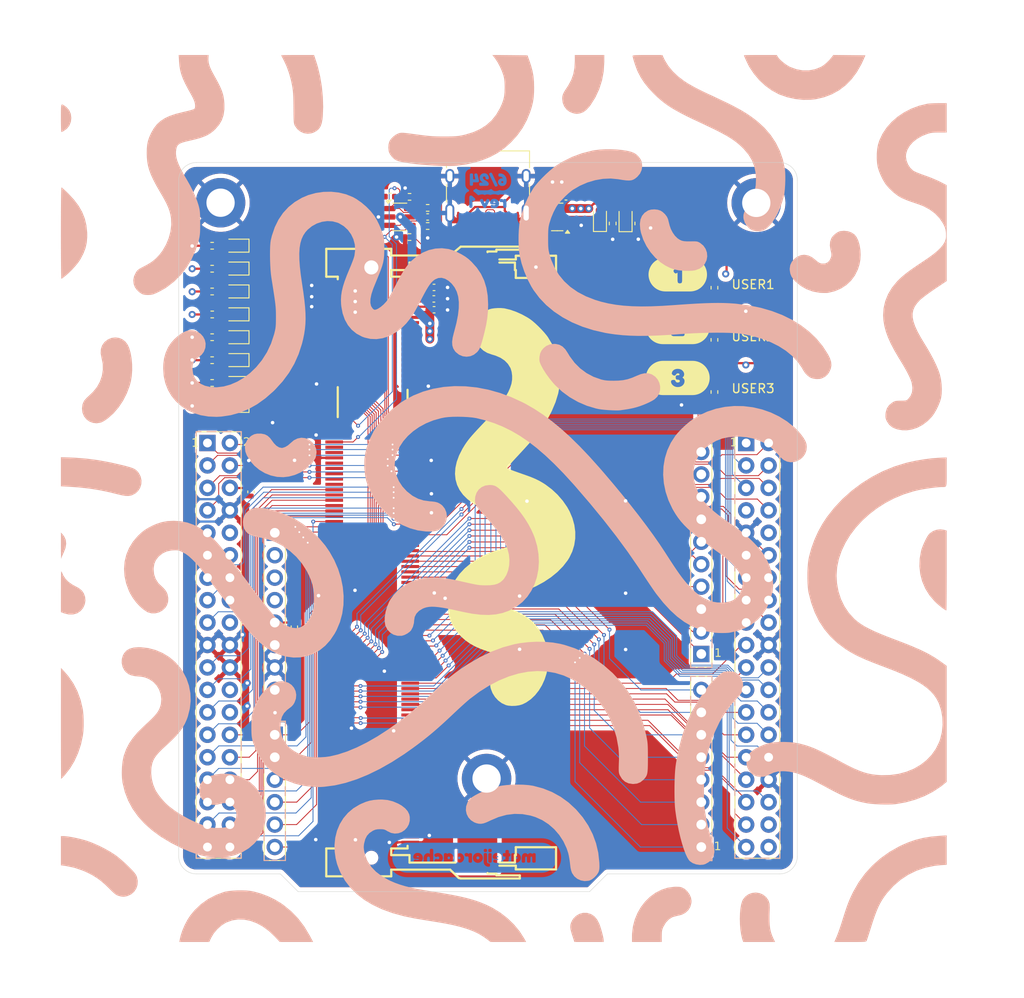
<source format=kicad_pcb>
(kicad_pcb (version 20240108) (generator "pcbnew") (generator_version "8.0")
  (layers (0 "F.Cu" signal "Top Layer") (1 "In1.Cu" signal "Signal Layer 1") (2 "In2.Cu" signal "Signal Layer 2") (31 "B.Cu" signal "Bottom Layer") (34 "B.Paste" user "Bottom Paste") (35 "F.Paste" user "Top Paste") (36 "B.SilkS" user "Bottom Overlay") (37 "F.SilkS" user "Top Overlay") (38 "B.Mask" user "Bottom Solder") (39 "F.Mask" user "Top Solder") (44 "Edge.Cuts" user))
  (net 0 "")
  (net 1 "GND")
  (net 2 "+5V")
  (net 3 "+3V3")
  (net 4 "/D12")
  (net 5 "/F13")
  (net 6 "/D13")
  (net 7 "/E14")
  (net 8 "/C13")
  (net 9 "/D11")
  (net 10 "/C11")
  (net 11 "/C12")
  (net 12 "/A2")
  (net 13 "/H13")
  (net 17 "/J14")
  (net 18 "/B1")
  (net 19 "/N13")
  (net 20 "/B3")
  (net 22 "/A3")
  (net 24 "/B4")
  (net 25 "/K13")
  (net 26 "/P13")
  (net 27 "/F14")
  (net 28 "/L14")
  (net 29 "/D1")
  (net 30 "/B2")
  (net 31 "/D3")
  (net 32 "/P14")
  (net 33 "/A4")
  (net 34 "/C2")
  (net 35 "/G13")
  (net 37 "/G14")
  (net 38 "/M12")
  (net 39 "/M13")
  (net 41 "/J13")
  (net 43 "/C1")
  (net 44 "/L2")
  (net 45 "/K2")
  (net 46 "/J2")
  (net 47 "/M1")
  (net 48 "/K1")
  (net 49 "/L1")
  (net 51 "/C7")
  (net 52 "/D8")
  (net 53 "/D9")
  (net 54 "/D7")
  (net 55 "/C10")
  (net 56 "/C9")
  (net 57 "/D10")
  (net 58 "/C8")
  (net 59 "/D4")
  (net 60 "/D6")
  (net 61 "/T4")
  (net 62 "/G3")
  (net 63 "/G4")
  (net 64 "/T6")
  (net 65 "/R2")
  (net 66 "/F3")
  (net 67 "/J4")
  (net 68 "/R7")
  (net 69 "/H3")
  (net 70 "/N1")
  (net 72 "/J3")
  (net 73 "/M2")
  (net 74 "/K4")
  (net 75 "/F4")
  (net 76 "/E3")
  (net 77 "/C6")
  (net 78 "/N3")
  (net 80 "/C3")
  (net 81 "/C5")
  (net 82 "/R1")
  (net 83 "/R3")
  (net 84 "/R5")
  (net 85 "/R4")
  (net 86 "/K3")
  (net 87 "/R8")
  (net 88 "/R6")
  (net 89 "/E4")
  (net 90 "/P1")
  (net 91 "Net-(D101-K)")
  (net 92 "Net-(D101-A)")
  (net 93 "Net-(D102-K)")
  (net 94 "Net-(D102-A)")
  (net 95 "Net-(D103-A)")
  (net 96 "Net-(D103-K)")
  (net 97 "Net-(D104-A)")
  (net 98 "Net-(D104-K)")
  (net 100 "Net-(D105-A)")
  (net 101 "Net-(D105-K)")
  (net 102 "Net-(D106-K)")
  (net 103 "Net-(D106-A)")
  (net 104 "Net-(D107-A)")
  (net 105 "Net-(D107-K)")
  (net 106 "Net-(D108-K)")
  (net 107 "Net-(D108-A)")
  (net 108 "Net-(J101-D+-PadA6)")
  (net 109 "/CC2")
  (net 110 "/CC1")
  (net 112 "Net-(J101-D--PadA7)")
  (net 129 "/USBDM")
  (net 178 "Net-(J102B-L13)")
  (net 193 "/USBDP")
  (net 200 "/USB_PULLUP")
  (net 201 "/T2")
  (net 202 "Net-(J102B-K14)")
  (net 203 "Net-(J102B-H14)")
  (net 204 "Net-(D109-K)")
  (net 205 "Net-(D110-K)")
  (footprint "LED_SMD:LED_0603_1608Metric" (layer "F.Cu") (at 119.9686 83.5236 180)
    (property "Reference" "D104" (hide yes))
    (property "Value" "WHT")
  )
  (footprint "Resistor_SMD:R_0402_1005Metric" (layer "F.Cu") (at 117.2811 88.6986)
    (property "Reference" "R108" (hide yes))
    (property "Value" "5k1")
  )
  (footprint "kibuzzard-665D4F04" (layer "F.Cu") (at 169.9711 88.1336)
    (property "Reference" "kibuzzard-665D4F04" (hide yes))
    (property "Value" "G***" (hide yes))
  )
  (footprint "Resistor_SMD:R_0402_1005Metric" (layer "F.Cu") (at 174.1211 89.7236 90)
    (property "Reference" "R116" (hide yes))
    (property "Value" "10k")
  )
  (footprint "matei:TS-1187A-B-A-B" (layer "F.Cu") (at 178.4961 82.4586 180)
    (property "Reference" "SW102" (hide yes))
    (property "Value" "USER2")
  )
  (footprint "LED_SMD:LED_0603_1608Metric" (layer "F.Cu") (at 119.9686 78.3436 180)
    (property "Reference" "D106" (hide yes))
    (property "Value" "WHT")
  )
  (footprint "Resistor_SMD:R_0402_1005Metric" (layer "F.Cu") (at 165.5061 70.6536 -90)
    (property "Reference" "R118" (hide yes))
    (property "Value" "5k1")
  )
  (footprint "Resistor_SMD:R_0402_1005Metric" (layer "F.Cu") (at 117.2811 75.7736)
    (property "Reference" "R113" (hide yes))
    (property "Value" "5k1")
  )
  (footprint "C__Subversion_Altium_Designer_Library_MCD_PARTS.PcbLib:CON_SAMTEC_SSW-110-03-X-S" (layer "F.Cu") (at 172.6311 107.9396 90)
    (property "Reference" "CN5" (hide yes))
    (property "Value" "~" (hide yes))
  )
  (footprint "Resistor_SMD:R_0402_1005Metric" (layer "F.Cu") (at 117.2811 78.3486)
    (property "Reference" "R112" (hide yes))
    (property "Value" "5k1")
  )
  (footprint "Resistor_SMD:R_0402_1005Metric" (layer "F.Cu") (at 117.2961 91.2986)
    (property "Reference" "R107" (hide yes))
    (property "Value" "5k1")
  )
  (footprint "MountingHole:MountingHole_3.2mm_M3_DIN965_Pad" (layer "F.Cu") (at 178.8561 68.3236)
    (property "Reference" "H101" (hide yes))
    (property "Value" "M3")
  )
  (footprint "Capacitor_SMD:C_0402_1005Metric" (layer "F.Cu") (at 155.3161 67.6386)
    (property "Reference" "C108" (hide yes))
    (property "Value" "100n")
  )
  (footprint "C__Subversion_Altium_Designer_Library_MCD_PARTS.PcbLib:CON_SAMTEC_TSW-119-09-X-D" (layer "F.Cu") (at 178.9811 118.3536 -90)
    (property "Reference" "CN10" (hide yes))
    (property "Value" "~" (hide yes))
  )
  (footprint "Capacitor_SMD:C_0402_1005Metric" (layer "F.Cu") (at 142.3911 77.8886)
    (property "Reference" "C101" (hide yes))
    (property "Value" "100n")
  )
  (footprint "LED_SMD:LED_0603_1608Metric" (layer "F.Cu") (at 164.0661 70.0936 90)
    (property "Reference" "D110" (hide yes))
    (property "Value" "3V3OK")
  )
  (footprint "kibuzzard-665D4EF8" (layer "F.Cu") (at 169.9711 76.4336)
    (property "Reference" "kibuzzard-665D4EF8" (hide yes))
    (property "Value" "G***" (hide yes))
  )
  (footprint "Resistor_SMD:R_0402_1005Metric" (layer "F.Cu") (at 139.6211 72.1886 180)
    (property "Reference" "R101" (hide yes))
    (property "Value" "5k1")
  )
  (footprint "Resistor_SMD:R_0402_1005Metric" (layer "F.Cu") (at 174.1211 77.9236 90)
    (property "Reference" "R106" (hide yes))
    (property "Value" "10k")
  )
  (footprint "C__Subversion_Altium_Designer_Library_MCD_PARTS.PcbLib:CON_SAMTEC_TSW-119-09-X-D" (layer "F.Cu") (at 118.0211 118.3536 -90)
    (property "Reference" "CN7" (hide yes))
    (property "Value" "~" (hide yes))
  )
  (footprint "LED_SMD:LED_0603_1608Metric" (layer "F.Cu") (at 119.9686 73.1636 180)
    (property "Reference" "D108" (hide yes))
    (property "Value" "WHT")
  )
  (footprint "easyeda2kicad:SO-DIMM-SMD_200P-P0.60_1473005-4" (layer "F.Cu") (at 139.1961 109.0236)
    (property "Reference" "J102" (hide yes))
    (property "Value" "iCESugar-Pro")
  )
  (footprint "Resistor_SMD:R_0402_1005Metric" (layer "F.Cu") (at 162.6061 70.6536 -90)
    (property "Reference" "R117" (hide yes))
    (property "Value" "5k1")
  )
  (footprint "LED_SMD:LED_0603_1608Metric" (layer "F.Cu") (at 119.9686 88.7036 180)
    (property "Reference" "D102" (hide yes))
    (property "Value" "WHT")
  )
  (footprint "matei:HRO-TYPE-C-31-M-12" (layer "F.Cu") (at 148.4961 66.3386 180)
    (property "Reference" "J101" (hide yes))
    (property "Value" "HRO-Type-C-31-M-12")
  )
  (footprint "matei:TS-1187A-B-A-B" (layer "F.Cu") (at 178.4961 88.3336 180)
    (property "Reference" "SW101" (hide yes))
    (property "Value" "USER3")
  )
  (footprint "Capacitor_SMD:C_0402_1005Metric" (layer "F.Cu") (at 142.3961 80.4136)
    (property "Reference" "C104" (hide yes))
    (property "Value" "100n")
  )
  (footprint "LED_SMD:LED_0603_1608Metric" (layer "F.Cu") (at 119.9686 91.2936 180)
    (property "Reference" "D101" (hide yes))
    (property "Value" "WHT")
  )
  (footprint "Package_TO_SOT_SMD:SOT-23-6" (layer "F.Cu") (at 138.5086 69.9136)
    (property "Reference" "U101" (hide yes))
    (property "Value" "SRV05-4")
  )
  (footprint "C__Subversion_Altium_Designer_Library_MCD_PARTS.PcbLib:CON_SAMTEC_SSW-106-03-X-S" (layer "F.Cu") (at 124.3711 134.8636 -90)
    (property "Reference" "CN8" (hide yes))
    (property "Value" "~" (hide yes))
  )
  (footprint "LED_SMD:LED_0603_1608Metric" (layer "F.Cu") (at 119.9686 75.7536 180)
    (property "Reference" "D107" (hide yes))
    (property "Value" "WHT")
  )
  (footprint "Resistor_SMD:R_0402_1005Metric" (layer "F.Cu") (at 117.2811 86.1236)
    (property "Reference" "R109" (hide yes))
    (property "Value" "5k1")
  )
  (footprint "Capacitor_SMD:C_0402_1005Metric" (layer "F.Cu") (at 141.6711 69.9136)
    (property "Reference" "C107" (hide yes))
    (property "Value" "100n")
  )
  (footprint "MountingHole:MountingHole_3.2mm_M3_DIN965_Pad" (layer "F.Cu") (at 148.3361 133.4636)
    (property "Reference" "H103" (hide yes))
    (property "Value" "M3")
  )
  (footprint "LED_SMD:LED_0603_1608Metric" (layer "F.Cu") (at 161.1661 70.0761 90)
    (property "Reference" "D109" (hide yes))
    (property "Value" "5VOK")
  )
  (footprint "kibuzzard-665D4EFE" (layer "F.Cu") (at 169.9711 82.3836)
    (property "Reference" "kibuzzard-665D4EFE" (hide yes))
    (property "Value" "G***" (hide yes))
  )
  (footprint "Resistor_SMD:R_0402_1005Metric" (layer "F.Cu") (at 117.2811 73.1736)
    (property "Reference" "R114" (hide yes))
    (property "Value" "5k1")
  )
  (footprint "Resistor_SMD:R_0402_1005Metric" (layer "F.Cu") (at 141.6711 70.9386 180)
    (property "Reference" "R103" (hide yes))
    (property "Value" "22R")
  )
  (footprint "matei:TS-1187A-B-A-B" (layer "F.Cu") (at 178.4961 76.5586 180)
    (property "Reference" "SW103" (hide yes))
    (property "Value" "USER1")
  )
  (footprint "Capacitor_SMD:C_0402_1005Metric" (layer "F.Cu") (at 126.5861 116.2936 -90)
    (property "Reference" "C106" (hide yes))
    (property "Value" "100n")
  )
  (footprint "Resistor_SMD:R_0402_1005Metric" (layer "F.Cu") (at 139.6211 67.6386)
    (property "Reference" "R102" (hide yes))
    (property "Value" "5k1")
  )
  (footprint "C__Subversion_Altium_Designer_Library_MCD_PARTS.PcbLib:CON_SAMTEC_SSW-108-03-X-S" (layer "F.Cu") (at 172.6311 132.3236 90)
    (property "Reference" "CN9" (hide yes))
    (property "Value" "~" (hide yes))
  )
  (footprint "kibuzzard-665D4FC5" (layer "F.Cu") (at 128.1261 68.3336)
    (property "Reference" "kibuzzard-665D4FC5" (hide yes))
    (property "Value" "G***" (hide yes))
  )
  (footprint "C__Subversion_Altium_Designer_Library_MCD_PARTS.PcbLib:CON_SAMTEC_SSW-108-03-X-S" (layer "F.Cu") (at 124.3711 114.5436 -90)
    (property "Reference" "CN6" (hide yes))
    (property "Value" "~" (hide yes))
  )
  (footprint "MountingHole:MountingHole_3.2mm_M3_DIN965_Pad" (layer "F.Cu") (at 118.2361 68.3036)
    (property "Reference" "H102" (hide yes))
    (property "Value" "M3")
  )
  (footprint "LED_SMD:LED_0603_1608Metric" (layer "F.Cu") (at 119.9686 86.1136 180)
    (property "Reference" "D103" (hide yes))
    (property "Value" "WHT")
  )
  (footprint "Capacitor_SMD:C_0402_1005Metric" (layer "F.Cu") (at 142.3711 79.1886)
    (property "Reference" "C102" (hide yes))
    (property "Value" "100n")
  )
  (footprint "Resistor_SMD:R_0402_1005Metric" (layer "F.Cu") (at 141.6711 68.8886)
    (property "Reference" "R104" (hide yes))
    (property "Value" "22R")
  )
  (footprint "LOGO" (layer "F.Cu") (at 151.1761 102.7336)
    (property "Reference" "G***" (hide yes))
    (property "Value" "LOGO" (hide yes))
  )
  (footprint "Resistor_SMD:R_0402_1005Metric" (layer "F.Cu") (at 174.1211 83.8236 90)
    (property "Reference" "R115" (hide yes))
    (property "Value" "10k")
  )
  (footprint "LED_SMD:LED_0603_1608Metric" (layer "F.Cu") (at 119.9686 80.9336 180)
    (property "Reference" "D105" (hide yes))
    (property "Value" "WHT")
  )
  (footprint "Capacitor_SMD:C_0402_1005Metric" (layer "F.Cu") (at 121.6761 101.0236 -90)
    (property "Reference" "C105" (hide yes))
    (property "Value" "100n")
  )
  (footprint "Capacitor_SMD:C_0402_1005Metric" (layer "F.Cu") (at 157.3211 67.6386 180)
    (property "Reference" "C103" (hide yes))
    (property "Value" "100n")
  )
  (footprint "Resistor_SMD:R_0402_1005Metric" (layer "F.Cu") (at 117.2911 80.9486)
    (property "Reference" "R111" (hide yes))
    (property "Value" "5k1")
  )
  (footprint "Package_TO_SOT_SMD:SOT-23" (layer "F.Cu") (at 156.3336 69.9136 180)
    (property "Reference" "U102" (hide yes))
    (property "Value" "XC6206")
  )
  (footprint "Resistor_SMD:R_0402_1005Metric" (layer "F.Cu") (at 137.3961 67.6136 180)
    (property "Reference" "R105" (hide yes))
    (property "Value" "1k5")
  )
  (footprint "Resistor_SMD:R_0402_1005Metric" (layer "F.Cu") (at 117.2811 83.5236)
    (property "Reference" "R110" (hide yes))
    (property "Value" "5k1")
  )
  (footprint "LOGO" (layer "B.Cu") (at 150.2861 101.7736 180)
    (property "Reference" "G***" (hide yes))
    (property "Value" "LOGO" (hide yes))
  )
  (footprint "kibuzzard-665D4F76" (layer "B.Cu") (at 146.9661 142.4236 180)
    (property "Reference" "kibuzzard-665D4F76" (hide yes))
    (property "Value" "G***" (hide yes))
  )
  (footprint "kibuzzard-665D501B" (layer "B.Cu") (at 148.4961 66.8986 180)
    (property "Reference" "kibuzzard-665D501B" (hide yes))
    (property "Value" "G***" (hide yes))
  )
  (gr_line (start 181.5261 127.7536) (end 181.5261 126.7286) (stroke (width 0.12)) (layer "B.SilkS"))
  (gr_line (start 181.5261 94.7786) (end 181.5261 94.2286) (stroke (width 0.12)) (layer "B.SilkS"))
  (gr_line (start 171.4261 135.3786) (end 171.4261 134.3536) (stroke (width 0.12)) (layer "B.SilkS"))
  (gr_line (start 120.5761 115.0536) (end 120.5761 114.0286) (stroke (width 0.12)) (layer "B.SilkS"))
  (gr_line (start 179.2761 142.4786) (end 180.3011 142.4786) (stroke (width 0.12)) (layer "B.SilkS"))
  (gr_line (start 181.5261 132.8286) (end 181.5261 131.8036) (stroke (width 0.12)) (layer "B.SilkS"))
  (gr_line (start 115.4761 125.1786) (end 115.4761 124.1536) (stroke (width 0.12)) (layer "B.SilkS"))
  (gr_line (start 115.4761 127.7286) (end 115.4761 126.7036) (stroke (width 0.12)) (layer "B.SilkS"))
  (gr_line (start 120.5761 104.8786) (end 120.5761 103.8536) (stroke (width 0.12)) (layer "B.SilkS"))
  (gr_line (start 123.1511 140.4786) (end 123.1511 139.4536) (stroke (width 0.12)) (layer "B.SilkS"))
  (gr_line (start 115.4761 107.4286) (end 115.4761 106.4036) (stroke (width 0.12)) (layer "B.SilkS"))
  (gr_line (start 123.1511 132.8286) (end 123.1511 131.8036) (stroke (width 0.12)) (layer "B.SilkS"))
  (gr_line (start 181.5261 102.3536) (end 181.5261 101.3286) (stroke (width 0.12)) (layer "B.SilkS"))
  (gr_line (start 115.4761 115.0536) (end 115.4761 114.0286) (stroke (width 0.12)) (layer "B.SilkS"))
  (gr_line (start 181.5261 135.3786) (end 181.5261 134.3536) (stroke (width 0.12)) (layer "B.SilkS"))
  (gr_line (start 123.1511 120.1786) (end 123.1511 119.1536) (stroke (width 0.12)) (layer "B.SilkS"))
  (gr_line (start 120.5761 107.4286) (end 120.5761 106.4036) (stroke (width 0.12)) (layer "B.SilkS"))
  (gr_line (start 173.8511 122.4536) (end 173.8511 121.9036) (stroke (width 0.12)) (layer "B.SilkS"))
  (gr_line (start 118.4011 94.2036) (end 119.4261 94.2036) (stroke (width 0.12)) (layer "B.SilkS"))
  (gr_line (start 124.1011 104.1286) (end 124.7261 104.1286) (stroke (width 0.12)) (layer "B.SilkS"))
  (gr_line (start 120.5761 99.8036) (end 120.5761 98.7786) (stroke (width 0.12)) (layer "B.SilkS"))
  (gr_line (start 115.47609 142.4536) (end 115.97609 142.4536) (stroke (width 0.12)) (layer "B.SilkS"))
  (gr_line (start 171.4011 132.9036) (end 171.4011 131.8786) (stroke (width 0.12)) (layer "B.SilkS"))
  (gr_line (start 173.8511 100.8286) (end 173.8511 99.8036) (stroke (width 0.12)) (layer "B.SilkS"))
  (gr_line (start 120.5761 102.3286) (end 120.5761 101.3036) (stroke (width 0.12)) (layer "B.SilkS"))
  (gr_line (start 125.0261 142.7286) (end 125.5761 142.7286) (stroke (width 0.12)) (layer "B.SilkS"))
  (gr_line (start 176.4261 122.6786) (end 176.4261 121.6536) (stroke (width 0.12)) (layer "B.SilkS"))
  (gr_line (start 123.1511 104.62859) (end 123.1511 104.1286) (stroke (width 0.12)) (layer "B.SilkS"))
  (gr_line (start 171.4261 108.4536) (end 171.4261 107.4286) (stroke (width 0.12)) (layer "B.SilkS"))
  (gr_line (start 120.5761 135.3536) (end 120.5761 134.3286) (stroke (width 0.12)) (layer "B.SilkS"))
  (gr_line (start 173.3511 121.9036) (end 173.8511 121.9036) (stroke (width 0.12)) (layer "B.SilkS"))
  (gr_line (start 125.5761 127.5286) (end 125.5761 126.9786) (stroke (width 0.12)) (layer "B.SilkS"))
  (gr_line (start 123.1511 130.2536) (end 123.1511 129.2286) (stroke (width 0.12)) (layer "B.SilkS"))
  (gr_line (start 181.5261 117.6036) (end 181.5261 116.5786) (stroke (width 0.12)) (layer "B.SilkS"))
  (gr_line (start 173.8511 142.7536) (end 173.8511 142.2536) (stroke (width 0.12)) (layer "B.SilkS"))
  (gr_line (start 120.5761 137.9036) (end 120.5761 136.8786) (stroke (width 0.12)) (layer "B.SilkS"))
  (gr_line (start 173.8511 135.3786) (end 173.8511 134.3536) (stroke (width 0.12)) (layer "B.SilkS"))
  (gr_line (start 171.4261 140.5036) (end 171.4261 139.4786) (stroke (width 0.12)) (layer "B.SilkS"))
  (gr_line (start 176.4261 104.9036) (end 176.4261 103.8786) (stroke (width 0.12)) (layer "B.SilkS"))
  (gr_line (start 118.3261 142.4536) (end 119.3511 142.4536) (stroke (width 0.12)) (layer "B.SilkS"))
  (gr_line (start 120.5761 122.6536) (end 120.5761 121.6286) (stroke (width 0.12)) (layer "B.SilkS"))
  (gr_line (start 125.5761 124.9786) (end 125.5761 124.4786) (stroke (width 0.12)) (layer "B.SilkS"))
  (gr_line (start 171.42609 120.9036) (end 171.42609 120.3536) (stroke (width 0.12)) (layer "B.SilkS"))
  (gr_line (start 181.0261 94.2286) (end 181.5261 94.2286) (stroke (width 0.12)) (layer "B.SilkS"))
  (gr_line (start 123.12609 115.1286) (end 123.12609 114.1036) (stroke (width 0.12)) (layer "B.SilkS"))
  (gr_line (start 181.52609 142.4786) (end 181.52609 141.9786) (stroke (width 0.12)) (layer "B.SilkS"))
  (gr_line (start 172.2761 120.9036) (end 172.9011 120.9036) (stroke (width 0.12)) (layer "B.SilkS"))
  (gr_line (start 181.5261 120.1286) (end 181.5261 119.1036) (stroke (width 0.12)) (layer "B.SilkS"))
  (gr_line (start 120.5761 94.7536) (end 120.5761 94.2036) (stroke (width 0.12)) (layer "B.SilkS"))
  (gr_line (start 124.1011 126.9786) (end 124.7261 126.9786) (stroke (width 0.12)) (layer "B.SilkS"))
  (gr_line (start 176.42609 142.4786) (end 176.42609 141.9286) (stroke (width 0.12)) (layer "B.SilkS"))
  (gr_line (start 123.15109 124.9786) (end 123.65109 124.9786) (stroke (width 0.12)) (layer "B.SilkS"))
  (gr_line (start 181.5261 140.4536) (end 181.5261 139.4286) (stroke (width 0.12)) (layer "B.SilkS"))
  (gr_line (start 125.5761 142.7286) (end 125.5761 142.2286) (stroke (width 0.12)) (layer "B.SilkS"))
  (gr_line (start 125.5511 137.9786) (end 125.5511 136.9536) (stroke (width 0.12)) (layer "B.SilkS"))
  (gr_line (start 120.5761 112.5036) (end 120.5761 111.4786) (stroke (width 0.12)) (layer "B.SilkS"))
  (gr_line (start 171.4261 111.0286) (end 171.4261 110.0036) (stroke (width 0.12)) (layer "B.SilkS"))
  (gr_line (start 125.0761 104.1286) (end 125.5761 104.1286) (stroke (width 0.12)) (layer "B.SilkS"))
  (gr_line (start 171.4261 127.7536) (end 171.4261 126.7286) (stroke (width 0.12)) (layer "B.SilkS"))
  (gr_line (start 125.0261 124.9786) (end 125.5761 124.9786) (stroke (width 0.12)) (layer "B.SilkS"))
  (gr_line (start 181.5261 99.8286) (end 181.5261 98.8036) (stroke (width 0.12)) (layer "B.SilkS"))
  (gr_line (start 173.8511 125.1786) (end 173.8511 124.1536) (stroke (width 0.12)) (layer "B.SilkS"))
  (gr_line (start 120.0261 142.4536) (end 120.57609 142.4536) (stroke (width 0.12)) (layer "B.SilkS"))
  (gr_line (start 171.42609 120.9036) (end 171.92609 120.9036) (stroke (width 0.12)) (layer "B.SilkS"))
  (gr_line (start 123.1511 127.47859) (end 123.1511 126.9786) (stroke (width 0.12)) (layer "B.SilkS"))
  (gr_line (start 123.1511 107.4036) (end 123.1511 106.3786) (stroke (width 0.12)) (layer "B.SilkS"))
  (gr_line (start 115.4761 135.3536) (end 115.4761 134.3286) (stroke (width 0.12)) (layer "B.SilkS"))
  (gr_line (start 171.4011 130.3286) (end 171.4011 129.3036) (stroke (width 0.12)) (layer "B.SilkS"))
  (gr_line (start 176.4261 115.0786) (end 176.4261 114.0536) (stroke (width 0.12)) (layer "B.SilkS"))
  (gr_line (start 171.4261 125.1786) (end 171.4261 124.1536) (stroke (width 0.12)) (layer "B.SilkS"))
  (gr_line (start 125.0761 126.9786) (end 125.5761 126.9786) (stroke (width 0.12)) (layer "B.SilkS"))
  (gr_line (start 115.47609 142.4536) (end 115.47609 141.9036) (stroke (width 0.12)) (layer "B.SilkS"))
  (gr_line (start 176.4261 132.8286) (end 176.4261 131.8036) (stroke (width 0.12)) (layer "B.SilkS"))
  (gr_line (start 124.0011 142.7286) (end 124.6261 142.7286) (stroke (width 0.12)) (layer "B.SilkS"))
  (gr_line (start 173.8261 103.4036) (end 173.8261 102.3786) (stroke (width 0.12)) (layer "B.SilkS"))
  (gr_line (start 173.3011 142.7536) (end 173.8511 142.7536) (stroke (width 0.12)) (layer "B.SilkS"))
  (gr_line (start 120.5761 109.9536) (end 120.5761 108.9286) (stroke (width 0.12)) (layer "B.SilkS"))
  (gr_line (start 125.5761 109.9786) (end 125.5761 108.9536) (stroke (width 0.12)) (layer "B.SilkS"))
  (gr_line (start 125.5761 117.6036) (end 125.5761 116.5786) (stroke (width 0.12)) (layer "B.SilkS"))
  (gr_line (start 120.5761 97.2536) (end 120.5761 96.2286) (stroke (width 0.12)) (layer "B.SilkS"))
  (gr_line (start 181.5261 112.5286) (end 181.5261 111.5036) (stroke (width 0.12)) (layer "B.SilkS"))
  (gr_line (start 173.8511 118.6536) (end 173.8511 117.6286) (stroke (width 0.12)) (layer "B.SilkS"))
  (gr_line (start 176.4261 94.7286) (end 176.4261 94.2286) (stroke (width 0.12)) (layer "B.SilkS"))
  (gr_line (start 125.5511 112.5536) (end 125.5511 111.5286) (stroke (width 0.12)) (layer "B.SilkS"))
  (gr_line (start 123.12609 112.5536) (end 123.12609 111.5286) (stroke (width 0.12)) (layer "B.SilkS"))
  (gr_line (start 173.8511 120.9036) (end 173.8511 120.4036) (stroke (width 0.12)) (layer "B.SilkS"))
  (gr_line (start 171.42609 142.7536) (end 171.92609 142.7536) (stroke (width 0.12)) (layer "B.SilkS"))
  (gr_line (start 180.9761 142.4786) (end 181.52609 142.4786) (stroke (width 0.12)) (layer "B.SilkS"))
  (gr_line (start 123.1511 126.9786) (end 123.70109 126.9786) (stroke (width 0.12)) (layer "B.SilkS"))
  (gr_line (start 171.4261 98.2536) (end 171.4261 97.2286) (stroke (width 0.12)) (layer "B.SilkS"))
  (gr_line (start 173.8511 127.7536) (end 173.8511 126.7286) (stroke (width 0.12)) (layer "B.SilkS"))
  (gr_line (start 116.6261 142.4536) (end 117.6511 142.4536) (stroke (width 0.12)) (layer "B.SilkS"))
  (gr_line (start 115.4761 109.9536) (end 115.4761 108.9286) (stroke (width 0.12)) (layer "B.SilkS"))
  (gr_line (start 176.4261 137.9286) (end 176.4261 136.9036) (stroke (width 0.12)) (layer "B.SilkS"))
  (gr_line (start 115.4761 112.5036) (end 115.4761 111.4786) (stroke (width 0.12)) (layer "B.SilkS"))
  (gr_line (start 115.4761 132.8036) (end 115.4761 131.7786) (stroke (width 0.12)) (layer "B.SilkS"))
  (gr_line (start 123.12609 135.4036) (end 123.12609 134.3786) (stroke (width 0.12)) (layer "B.SilkS"))
  (gr_line (start 123.15109 124.9786) (end 123.15109 124.4286) (stroke (width 0.12)) (layer "B.SilkS"))
  (gr_line (start 123.1511 109.9786) (end 123.1511 108.9536) (stroke (width 0.12)) (layer "B.SilkS"))
  (gr_line (start 171.4261 121.9036) (end 171.9761 121.9036) (stroke (width 0.12)) (layer "B.SilkS"))
  (gr_line (start 181.5261 125.2036) (end 181.5261 124.1786) (stroke (width 0.12)) (layer "B.SilkS"))
  (gr_line (start 120.57609 142.4536) (end 120.57609 141.9536) (stroke (width 0.12)) (layer "B.SilkS"))
  (gr_line (start 171.4261 100.8286) (end 171.4261 99.8036) (stroke (width 0.12)) (layer "B.SilkS"))
  (gr_line (start 171.4261 118.6536) (end 171.4261 117.6286) (stroke (width 0.12)) (layer "B.SilkS"))
  (gr_line (start 176.4261 102.3536) (end 176.4261 101.3286) (stroke (width 0.12)) (layer "B.SilkS"))
  (gr_line (start 171.42609 142.7536) (end 171.42609 142.2036) (stroke (width 0.12)) (layer "B.SilkS"))
  (gr_line (start 173.8261 113.6036) (end 173.8261 112.5786) (stroke (width 0.12)) (layer "B.SilkS"))
  (gr_line (start 176.4261 130.3036) (end 176.4261 129.2786) (stroke (width 0.12)) (layer "B.SilkS"))
  (gr_line (start 177.5761 142.4786) (end 178.6011 142.4786) (stroke (width 0.12)) (layer "B.SilkS"))
  (gr_line (start 181.5261 130.3036) (end 181.5261 129.2786) (stroke (width 0.12)) (layer "B.SilkS"))
  (gr_line (start 176.4261 109.9786) (end 176.4261 108.9536) (stroke (width 0.12)) (layer "B.SilkS"))
  (gr_line (start 120.0761 94.2036) (end 120.5761 94.2036) (stroke (width 0.12)) (layer "B.SilkS"))
  (gr_line (start 172.3761 121.9036) (end 173.0011 121.9036) (stroke (width 0.12)) (layer "B.SilkS"))
  (gr_line (start 115.4761 117.5786) (end 115.4761 116.5536) (stroke (width 0.12)) (layer "B.SilkS"))
  (gr_line (start 125.5761 132.8286) (end 125.5761 131.8036) (stroke (width 0.12)) (layer "B.SilkS"))
  (gr_line (start 123.1511 122.7286) (end 123.1511 121.7036) (stroke (width 0.12)) (layer "B.SilkS"))
  (gr_line (start 123.15109 142.7286) (end 123.65109 142.7286) (stroke (width 0.12)) (layer "B.SilkS"))
  (gr_line (start 115.4761 140.4286) (end 115.4761 139.4036) (stroke (width 0.12)) (layer "B.SilkS"))
  (gr_line (start 120.5761 132.8036) (end 120.5761 131.7786) (stroke (width 0.12)) (layer "B.SilkS"))
  (gr_line (start 177.6511 94.2286) (end 178.6761 94.2286) (stroke (width 0.12)) (layer "B.SilkS"))
  (gr_line (start 176.4261 99.8286) (end 176.4261 98.8036) (stroke (width 0.12)) (layer "B.SilkS"))
  (gr_line (start 125.5761 107.4036) (end 125.5761 106.3786) (stroke (width 0.12)) (layer "B.SilkS"))
  (gr_line (start 181.5261 137.9286) (end 181.5261 136.9036) (stroke (width 0.12)) (layer "B.SilkS"))
  (gr_line (start 115.4761 104.8786) (end 115.4761 103.8536) (stroke (width 0.12)) (layer "B.SilkS"))
  (gr_line (start 123.1511 117.6036) (end 123.1511 116.5786) (stroke (width 0.12)) (layer "B.SilkS"))
  (gr_line (start 176.42609 142.4786) (end 176.92609 142.4786) (stroke (width 0.12)) (layer "B.SilkS"))
  (gr_line (start 115.4761 130.2786) (end 115.4761 129.2536) (stroke (width 0.12)) (layer "B.SilkS"))
  (gr_line (start 115.4761 122.6536) (end 115.4761 121.6286) (stroke (width 0.12)) (layer "B.SilkS"))
  (gr_line (start 181.5261 104.9036) (end 181.5261 103.8786) (stroke (width 0.12)) (layer "B.SilkS"))
  (gr_line (start 115.4761 102.3286) (end 115.4761 101.3036) (stroke (width 0.12)) (layer "B.SilkS"))
  (gr_line (start 176.4261 127.7536) (end 176.4261 126.7286) (stroke (width 0.12)) (layer "B.SilkS"))
  (gr_line (start 176.4261 117.6036) (end 176.4261 116.5786) (stroke (width 0.12)) (layer "B.SilkS"))
  (gr_line (start 171.4011 105.9786) (end 171.4011 104.9536) (stroke (width 0.12)) (layer "B.SilkS"))
  (gr_line (start 171.4011 116.1786) (end 171.4011 115.1536) (stroke (width 0.12)) (layer "B.SilkS"))
  (gr_line (start 173.8511 137.9536) (end 173.8511 136.9286) (stroke (width 0.12)) (layer "B.SilkS"))
  (gr_line (start 123.12609 137.9786) (end 123.12609 136.9536) (stroke (width 0.12)) (layer "B.SilkS"))
  (gr_line (start 120.5761 120.1036) (end 120.5761 119.0786) (stroke (width 0.12)) (layer "B.SilkS"))
  (gr_line (start 125.5761 120.1786) (end 125.5761 119.1536) (stroke (width 0.12)) (layer "B.SilkS"))
  (gr_line (start 173.3511 94.9786) (end 173.8511 94.9786) (stroke (width 0.12)) (layer "B.SilkS"))
  (gr_line (start 171.4261 122.4036) (end 171.4261 121.9036) (stroke (width 0.12)) (layer "B.SilkS"))
  (gr_line (start 181.5261 107.4536) (end 181.5261 106.4286) (stroke (width 0.12)) (layer "B.SilkS"))
  (gr_line (start 115.4761 99.8036) (end 115.4761 98.7786) (stroke (width 0.12)) (layer "B.SilkS"))
  (gr_line (start 120.5761 125.1786) (end 120.5761 124.1536) (stroke (width 0.12)) (layer "B.SilkS"))
  (gr_line (start 115.4761 137.9036) (end 115.4761 136.8786) (stroke (width 0.12)) (layer "B.SilkS"))
  (gr_line (start 181.5261 122.6786) (end 181.5261 121.6536) (stroke (width 0.12)) (layer "B.SilkS"))
  (gr_line (start 173.8261 116.1786) (end 173.8261 115.1536) (stroke (width 0.12)) (layer "B.SilkS"))
  (gr_line (start 120.5761 117.5786) (end 120.5761 116.5536) (stroke (width 0.12)) (layer "B.SilkS"))
  (gr_line (start 173.8511 111.0286) (end 173.8511 110.0036) (stroke (width 0.12)) (layer "B.SilkS"))
  (gr_line (start 172.3761 94.9786) (end 173.0011 94.9786) (stroke (width 0.12)) (layer "B.SilkS"))
  (gr_line (start 173.8511 140.5036) (end 173.8511 139.4786) (stroke (width 0.12)) (layer "B.SilkS"))
  (gr_line (start 173.8511 108.4536) (end 173.8511 107.4286) (stroke (width 0.12)) (layer "B.SilkS"))
  (gr_line (start 173.8261 105.9786) (end 173.8261 104.9536) (stroke (width 0.12)) (layer "B.SilkS"))
  (gr_line (start 173.3011 120.9036) (end 173.8511 120.9036) (stroke (width 0.12)) (layer "B.SilkS"))
  (gr_line (start 176.4261 140.4536) (end 176.4261 139.4286) (stroke (width 0.12)) (layer "B.SilkS"))
  (gr_line (start 179.3511 94.2286) (end 180.3761 94.2286) (stroke (width 0.12)) (layer "B.SilkS"))
  (gr_line (start 176.4261 112.5286) (end 176.4261 111.5036) (stroke (width 0.12)) (layer "B.SilkS"))
  (gr_line (start 171.4261 94.9786) (end 171.9761 94.9786) (stroke (width 0.12)) (layer "B.SilkS"))
  (gr_line (start 124.0011 124.9786) (end 124.6261 124.9786) (stroke (width 0.12)) (layer "B.SilkS"))
  (gr_line (start 176.4261 120.1286) (end 176.4261 119.1036) (stroke (width 0.12)) (layer "B.SilkS"))
  (gr_line (start 120.5761 140.4286) (end 120.5761 139.4036) (stroke (width 0.12)) (layer "B.SilkS"))
  (gr_line (start 181.5261 97.2786) (end 181.5261 96.2536) (stroke (width 0.12)) (layer "B.SilkS"))
  (gr_line (start 173.8511 95.5286) (end 173.8511 94.9786) (stroke (width 0.12)) (layer "B.SilkS"))
  (gr_line (start 176.4261 94.2286) (end 176.9761 94.2286) (stroke (width 0.12)) (layer "B.SilkS"))
  (gr_line (start 171.4011 113.6036) (end 171.4011 112.5786) (stroke (width 0.12)) (layer "B.SilkS"))
  (gr_line (start 176.4261 97.2786) (end 176.4261 96.2536) (stroke (width 0.12)) (layer "B.SilkS"))
  (gr_line (start 173.8511 98.2536) (end 173.8511 97.2286) (stroke (width 0.12)) (layer "B.SilkS"))
  (gr_line (start 115.4761 97.2536) (end 115.4761 96.2286) (stroke (width 0.12)) (layer "B.SilkS"))
  (gr_line (start 120.5761 130.2786) (end 120.5761 129.2536) (stroke (width 0.12)) (layer "B.SilkS"))
  (gr_line (start 116.7011 94.2036) (end 117.7261 94.2036) (stroke (width 0.12)) (layer "B.SilkS"))
  (gr_line (start 171.4261 137.9536) (end 171.4261 136.9286) (stroke (width 0.12)) (layer "B.SilkS"))
  (gr_line (start 173.8261 130.3286) (end 173.8261 129.3036) (stroke (width 0.12)) (layer "B.SilkS"))
  (gr_line (start 125.5761 140.4786) (end 125.5761 139.4536) (stroke (width 0.12)) (layer "B.SilkS"))
  (gr_line (start 115.4761 94.2036) (end 116.0261 94.2036) (stroke (width 0.12)) (layer "B.SilkS"))
  (gr_line (start 181.5261 109.9786) (end 181.5261 108.9536) (stroke (width 0.12)) (layer "B.SilkS"))
  (gr_line (start 115.4761 120.1036) (end 115.4761 119.0786) (stroke (width 0.12)) (layer "B.SilkS"))
  (gr_line (start 125.5761 130.2536) (end 125.5761 129.2286) (stroke (width 0.12)) (layer "B.SilkS"))
  (gr_line (start 125.5511 135.4036) (end 125.5511 134.3786) (stroke (width 0.12)) (layer "B.SilkS"))
  (gr_line (start 115.4761 94.7036) (end 115.4761 94.2036) (stroke (width 0.12)) (layer "B.SilkS"))
  (gr_line (start 123.15109 142.7286) (end 123.15109 142.1786) (stroke (width 0.12)) (layer "B.SilkS"))
  (gr_line (start 171.4011 103.4036) (end 171.4011 102.3786) (stroke (width 0.12)) (layer "B.SilkS"))
  (gr_line (start 172.2761 142.7536) (end 172.9011 142.7536) (stroke (width 0.12)) (layer "B.SilkS"))
  (gr_line (start 125.5761 122.7286) (end 125.5761 121.7036) (stroke (width 0.12)) (layer "B.SilkS"))
  (gr_line (start 173.8261 132.9036) (end 173.8261 131.8786) (stroke (width 0.12)) (layer "B.SilkS"))
  (gr_line (start 125.5761 104.6786) (end 125.5761 104.1286) (stroke (width 0.12)) (layer "B.SilkS"))
  (gr_line (start 176.4261 125.2036) (end 176.4261 124.1786) (stroke (width 0.12)) (layer "B.SilkS"))
  (gr_line (start 125.5511 115.1286) (end 125.5511 114.1036) (stroke (width 0.12)) (layer "B.SilkS"))
  (gr_line (start 171.4261 95.47859) (end 171.4261 94.9786) (stroke (width 0.12)) (layer "B.SilkS"))
  (gr_line (start 120.5761 127.7286) (end 120.5761 126.7036) (stroke (width 0.12)) (layer "B.SilkS"))
  (gr_line (start 176.4261 107.4536) (end 176.4261 106.4286) (stroke (width 0.12)) (layer "B.SilkS"))
  (gr_line (start 181.5261 115.0786) (end 181.5261 114.0536) (stroke (width 0.12)) (layer "B.SilkS"))
  (gr_line (start 123.1511 104.1286) (end 123.70109 104.1286) (stroke (width 0.12)) (layer "B.SilkS"))
  (gr_line (start 176.4261 135.3786) (end 176.4261 134.3536) (stroke (width 0.12)) (layer "B.SilkS"))
  (gr_line (start 162.0011 144.2536) (end 181.5011 144.2536) (stroke (width 0.05)) (layer "Edge.Cuts"))
  (gr_line (start 127.0011 146.2536) (end 160.0011 146.2536) (stroke (width 0.05)) (layer "Edge.Cuts"))
  (gr_arc (start 183.5011 142.2536) (mid 182.915314 143.667814) (end 181.5011 144.2536) (stroke (width 0.05)) (layer "Edge.Cuts"))
  (gr_line (start 125.0011 144.2536) (end 127.0011 146.2536) (stroke (width 0.05)) (layer "Edge.Cuts"))
  (gr_line (start 115.5011 144.2536) (end 125.0011 144.2536) (stroke (width 0.05)) (layer "Edge.Cuts"))
  (gr_arc (start 115.5011 144.2536) (mid 114.086886 143.667814) (end 113.5011 142.2536) (stroke (width 0.05)) (layer "Edge.Cuts"))
  (gr_line (start 181.5011 63.7536) (end 115.5011 63.7536) (stroke (width 0.05)) (layer "Edge.Cuts"))
  (gr_line (start 160.0011 146.2536) (end 162.0011 144.2536) (stroke (width 0.05)) (layer "Edge.Cuts"))
  (gr_line (start 113.5011 65.7536) (end 113.5011 142.2536) (stroke (width 0.05)) (layer "Edge.Cuts"))
  (gr_arc (start 113.5011 65.7536) (mid 114.086886 64.339386) (end 115.5011 63.7536) (stroke (width 0.05)) (layer "Edge.Cuts"))
  (gr_arc (start 181.5011 63.7536) (mid 182.915314 64.339386) (end 183.5011 65.7536) (stroke (width 0.05)) (layer "Edge.Cuts"))
  (gr_line (start 183.5011 142.2536) (end 183.5011 65.7536) (stroke (width 0.05)) (layer "Edge.Cuts"))
  (segment (start 162.6061 71.1636) (end 162.6061 72.4436) (width 0.25) (layer "F.Cu") (net 1))
  (segment (start 139.1111 66.6486) (end 139.1211 66.6386) (width 0.25) (layer "F.Cu") (net 1))
  (segment (start 141.6711 70.3936) (end 142.1511 69.9136) (width 0.25) (layer "F.Cu") (net 1))
  (segment (start 129.3311 112.7736) (end 131.0961 112.7736) (width 0.25) (layer "F.Cu") (net 1))
  (segment (start 137.3711 69.9136) (end 136.0961 69.9136) (width 0.25) (layer "F.Cu") (net 1))
  (segment (start 143.8961 80.4136) (end 143.9211 80.4386) (width 0.25) (layer "F.Cu") (net 1))
  (segment (start 131.0961 112.1736) (end 133.4361 112.1736) (width 0.25) (layer "F.Cu") (net 1))
  (segment (start 129.3211 112.7636) (end 129.3311 112.7736) (width 0.25) (layer "F.Cu") (net 1))
  (segment (start 141.6711 72.2886) (end 141.6711 70.3936) (width 0.25) (layer "F.Cu") (net 1))
  (segment (start 131.0961 140.3736) (end 129.0061 140.3736) (width 0.25) (layer "F.Cu") (net 1))
  (segment (start 129.0461 96.5886) (end 129.6311 97.1736) (width 0.25) (layer "F.Cu") (net 1))
  (segment (start 142.8711 77.8886) (end 143.9211 77.8886) (width 0.25) (layer "F.Cu") (net 1))
  (segment (start 165.5061 71.1636) (end 166.8961 71.1636) (width 0.25) (layer "F.Cu") (net 1))
  (segment (start 155.7961 67.6386) (end 155.7961 65.9636) (width 0.25) (layer "F.Cu") (net 1))
  (segment (start 133.4361 112.1736) (end 133.4461 112.1636) (width 0.25) (layer "F.Cu") (net 1))
  (segment (start 131.0961 140.3736) (end 133.4761 140.3736) (width 0.25) (layer "F.Cu") (net 1))
  (segment (start 139.6961 89.0736) (end 141.7361 89.0736) (width 0.25) (layer "F.Cu") (net 1))
  (segment (start 142.4111 112.4736) (end 142.4211 112.4636) (width 0.25) (layer "F.Cu") (net 1))
  (segment (start 142.8761 80.4136) (end 143.8961 80.4136) (width 0.25) (layer "F.Cu") (net 1))
  (segment (start 133.4761 140.3736) (end 133.4961 140.3936) (width 0.25) (layer "F.Cu") (net 1))
  (segment (start 145.0911 70.3836) (end 144.1761 69.4686) (width 0.25) (layer "F.Cu") (net 1))
  (segment (start 129.6311 97.1736) (end 131.0961 97.1736) (width 0.25) (layer "F.Cu") (net 1))
  (segment (start 141.0861 140.6736) (end 141.8561 139.9036) (width 0.25) (layer "F.Cu") (net 1))
  (segment (start 156.8411 65.9686) (end 156.8411 67.6386) (width 0.25) (layer "F.Cu") (net 1))
  (segment (start 137.3561 140.6736) (end 137.3361 140.6936) (width 0.25) (layer "F.Cu") (net 1))
  (segment (start 119.2961 103.1136) (end 119.2911 103.1136) (width 0.25) (layer "F.Cu") (net 1))
  (segment (start 139.6961 113.0736) (end 143.6361 113.0736) (width 0.25) (layer "F.Cu") (net 1))
  (segment (start 139.6961 140.6736) (end 137.3561 140.6736) (width 0.25) (layer "F.Cu") (net 1))
  (segment (start 129.0461 94.5886) (end 129.0461 96.5886) (width 0.25) (layer "F.Cu") (net 1))
  (segment (start 142.0711 97.4636) (end 142.0611 97.4736) (width 0.25) (layer "F.Cu") (net 1))
  (segment (start 137.8311 128.0736) (end 137.8211 128.0636) (width 0.25) (layer "F.Cu") (net 1))
  (segment (start 129.1361 88.7736) (end 129.0961 88.8136) (width 0.25) (layer "F.Cu") (net 1))
  (segment (start 139.1111 72.1886) (end 138.1461 72.1886) (width 0.25) (layer "F.Cu") (net 1))
  (segment (start 131.0961 88.7736) (end 129.1361 88.7736) (width 0.25) (layer "F.Cu") (net 1))
  (segment (start 157.2711 70.8636) (end 159.0461 70.8636) (width 0.25) (layer "F.Cu") (net 1))
  (segment (start 155.7961 67.6386) (end 156.8411 67.6386) (width 0.25) (layer "F.Cu") (net 1))
  (segment (start 142.0611 97.4736) (end 139.6961 97.4736) (width 0.25) (layer "F.Cu") (net 1))
  (segment (start 165.5061 71.1636) (end 165.5061 72.4336) (width 0.25) (layer "F.Cu") (net 1))
  (segment (start 151.9011 70.3836) (end 152.8161 69.4686) (width 0.25) (layer "F.Cu") (net 1))
  (segment (start 131.0961 127.7736) (end 133.0361 127.7736) (width 0.25) (layer "F.Cu") (net 1))
  (segment (start 139.1111 67.6386) (end 139.1111 66.6486) (width 0.25) (layer "F.Cu") (net 1))
  (segment (start 151.7461 70.3836) (end 151.9011 70.3836) (width 0.25) (layer "F.Cu") (net 1))
  (segment (start 143.6361 113.0736) (end 143.6461 113.0636) (width 0.25) (layer "F.Cu") (net 1))
  (segment (start 145.2461 70.3836) (end 145.0911 70.3836) (width 0.25) (layer "F.Cu") (net 1))
  (segment (start 156.8461 65.9636) (end 156.8411 65.9686) (width 0.25) (layer "F.Cu") (net 1))
  (segment (start 141.7361 89.0736) (end 141.7461 89.0636) (width 0.25) (layer "F.Cu") (net 1))
  (segment (start 143.8961 79.1886) (end 143.9211 79.1636) (width 0.25) (layer "F.Cu") (net 1))
  (segment (start 142.8511 79.1886) (end 143.8961 79.1886) (width 0.25) (layer "F.Cu") (net 1))
  (segment (start 133.0361 127.7736) (end 133.0461 127.7636) (width 0.25) (layer "F.Cu") (net 1))
  (segment (start 139.6961 112.4736) (end 142.4111 112.4736) (width 0.25) (layer "F.Cu") (net 1))
  (segment (start 139.6961 140.6736) (end 141.0861 140.6736) (width 0.25) (layer "F.Cu") (net 1))
  (segment (start 121.6411 101.5386) (end 121.6761 101.5036) (width 0.25) (layer "F.Cu") (net 1))
  (segment (start 139.6961 128.0736) (end 137.8311 128.0736) (width 0.25) (layer "F.Cu") (net 1))
  (via (at 129.0961 88.8136) (size 0.8) (drill 0.4) (layers "F.Cu" "B.Cu") (net 1))
  (via (at 138.1461 72.1886) (size 0.8) (drill 0.4) (layers "F.Cu" "B.Cu") (net 1))
  (via (at 133.0461 127.7636) (size 0.8) (drill 0.4) (layers "F.Cu" "B.Cu") (net 1))
  (via (at 165.5061 72.4336) (size 0.8) (drill 0.4) (layers "F.Cu" "B.Cu") (net 1))
  (via (at 133.4711 80.6886) (size 0.8) (drill 0.4) (layers "F.Cu" "B.Cu") (net 1))
  (via (at 136.7711 121.3136) (size 0.8) (drill 0.4) (layers "F.Cu" "B.Cu") (net 1))
  (via (at 128.5461 78.9386) (size 0.8) (drill 0.4) (layers "F.Cu" "B.Cu") (net 1))
  (via (at 129.3211 112.7636) (size 0.8) (drill 0.4) (layers "F.Cu" "B.Cu") (net 1))
  (via (at 142.0961 103.3886) (size 0.8) (drill 0.4) (layers "F.Cu" "B.Cu") (net 1))
  (via (at 152.0711 112.8136) (size 0.8) (drill 0.4) (layers "F.Cu" "B.Cu") (net 1))
  (via (at 141.8561 139.9036) (size 0.8) (drill 0.4) (layers "F.Cu" "B.Cu") (net 1))
  (via (at 141.6711 72.2886) (size 0.8) (drill 0.4) (layers "F.Cu" "B.Cu") (net 1))
  (via (at 143.9211 80.4386) (size 0.8) (drill 0.4) (layers "F.Cu" "B.Cu") (net 1))
  (via (at 139.1211 66.6386) (size 0.8) (drill 0.4) (layers "F.Cu" "B.Cu") (net 1))
  (via (at 136.0961 69.9136) (size 0.8) (drill 0.4) (layers "F.Cu" "B.Cu") (net 1))
  (via (at 124.1211 93.1886) (size 0.8) (drill 0.4) (layers "F.Cu" "B.Cu") (net 1))
  (via (at 128.5461 80.0636) (size 0.8) (drill 0.4) (layers "F.Cu" "B.Cu") (net 1))
  (via (at 129.0461 94.5886) (size 0.8) (drill 0.4) (layers "F.Cu" "B.Cu") (net 1))
  (via (at 164.0661 102.0436) (size 0.8) (drill 0.4) (layers "F.Cu" "B.Cu") (net 1))
  (via (at 142.4211 112.4636) (size 0.8) (drill 0.4) (layers "F.Cu" "B.Cu") (net 1))
  (via (at 121.2461 125.2536) (size 0.8) (drill 0.4) (layers "F.Cu" "B.Cu") (net 1))
  (via (at 159.0461 70.8636) (size 0.8) (drill 0.4) (layers "F.Cu" "B.Cu") (net 1))
  (via (at 156.8461 65.9636) (size 0.8) (drill 0.4) (layers "F.Cu" "B.Cu") (net 1))
  (via (at 129.0061 140.3736) (size 0.8) (drill 0.4) (layers "F.Cu" "B.Cu") (net 1))
  (via (at 137.8211 128.0636) (size 0.8) (drill 0.4) (layers "F.Cu" "B.Cu") (net 1))
  (via (at 166.8961 71.1636) (size 0.8) (drill 0.4) (layers "F.Cu" "B.Cu") (net 1))
  (via (at 162.6061 72.4436) (size 0.8) (drill 0.4) (layers "F.Cu" "B.Cu") (net 1))
  (via (at 133.4961 140.3936) (size 0.8) (drill 0.4) (layers "F.Cu" "B.Cu") (net 1))
  (via (at 137.3361 140.6936) (size 0.8) (drill 0.4) (layers "F.Cu" "B.Cu") (net 1))
  (via (at 152.0711 118.8386) (size 0.8) (drill 0.4) (layers "F.Cu" "B.Cu") (net 1))
  (via (at 121.4261 97.4736) (size 0.8) (drill 0.4) (layers "F.Cu" "B.Cu") (net 1))
  (via (at 141.7461 89.0636) (size 0.8) (drill 0.4) (layers "F.Cu" "B.Cu") (net 1))
  (via (at 120.6961 117.1836) (size 0.8) (drill 0.4) (layers "F.Cu" "B.Cu") (net 1))
  (via (at 164.0711 112.4886) (size 0.8) (drill 0.4) (layers "F.Cu" "B.Cu") (net 1))
  (via (at 133.4711 78.2886) (size 0.8) (drill 0.4) (layers "F.Cu" "B.Cu") (net 1))
  (via (at 152.9061 102.0736) (size 0.8) (drill 0.4) (layers "F.Cu" "B.Cu") (net 1))
  (via (at 143.9211 79.1636) (size 0.8) (drill 0.4) (layers "F.Cu" "B.Cu") (net 1))
  (via (at 155.7961 65.9636) (size 0.8) (drill 0.4) (layers "F.Cu" "B.Cu") (net 1))
  (via (at 153.9211 75.5886) (size 0.8) (drill 0.4) (layers "F.Cu" "B.Cu") (net 1))
  (via (at 133.4461 112.1636) (size 0.8) (drill 0.4) (layers "F.Cu" "B.Cu") (net 1))
  (via (at 126.6061 97.4536) (size 0.8) (drill 0.4) (layers "F.Cu" "B.Cu") (net 1))
  (via (at 133.4711 79.4886) (size 0.8) (drill 0.4) (layers "F.Cu" "B.Cu") (net 1))
  (via (at 128.5461 77.6636) (size 0.8) (drill 0.4) (layers "F.Cu" "B.Cu") (net 1))
  (via (at 142.0961 101.2386) (size 0.8) (drill 0.4) (layers "F.Cu" "B.Cu") (net 1))
  (via (at 142.0711 97.4636) (size 0.8) (drill 0.4) (layers "F.Cu" "B.Cu") (net 1))
  (via (at 170.3961 91.1886) (size 0.8) (drill 0.4) (layers "F.Cu" "B.Cu") (net 1))
  (via (at 121.2561 122.6536) (size 0.8) (drill 0.4) (layers "F.Cu" "B.Cu") (net 1))
  (via (at 124.3961 126.0136) (size 0.8) (drill 0.4) (layers "F.Cu" "B.Cu") (net 1))
  (via (at 164.0711 118.8636) (size 0.8) (drill 0.4) (layers "F.Cu" "B.Cu") (net 1))
  (via (at 143.9211 77.8886) (size 0.8) (drill 0.4) (layers "F.Cu" "B.Cu") (net 1))
  (via (at 143.6461 113.0636) (size 0.8) (drill 0.4) (layers "F.Cu" "B.Cu") (net 1))
  (segment (start 118.0211 104.3836) (end 115.5961 104.3836) (width 0.25) (layer "B.Cu") (net 1))
  (segment (start 118.0311 101.8536) (end 115.2061 101.8536) (width 0.25) (layer "B.Cu") (net 1))
  (segment (start 119.2911 103.1136) (end 118.0311 101.8536) (width 0.25) (layer "B.Cu") (net 1))
  (segment (start 119.2911 103.1136) (end 118.0211 104.3836) (width 0.25) (layer "B.Cu") (net 1))
  (segment (start 141.6961 77.6736) (end 141.9111 77.8886) (width 0.25) (layer "F.Cu") (net 2))
  (segment (start 141.8911 79.1886) (end 141.8911 77.9086) (width 0.6) (layer "F.Cu") (net 2))
  (segment (start 146.0461 69.7586) (end 147.0161 68.7886) (width 0.25) (layer "F.Cu") (net 2))
  (segment (start 141.9161 80.4136) (end 141.9161 79.2136) (width 0.6) (layer "F.Cu") (net 2))
  (segment (start 141.9111 74.7236) (end 141.9111 77.8886) (width 0.6) (layer "F.Cu") (net 2))
  (segment (start 141.8911 77.9086) (end 141.9111 77.8886) (width 0.6) (layer "F.Cu") (net 2))
  (segment (start 150.3961 69.2086) (end 150.3961 68.7886) (width 0.25) (layer "F.Cu") (net 2))
  (segment (start 141.5761 78.8736) (end 141.8911 79.1886) (width 0.25) (layer "F.Cu") (net 2))
  (segment (start 150.3961 68.7886) (end 150.3961 68.2136) (width 0.25) (layer "F.Cu") (net 2))
  (segment (start 139.6461 69.9136) (end 138.5711 69.9136) (width 0.25) (layer "F.Cu") (net 2))
  (segment (start 139.6461 69.9136) (end 141.1911 69.9136) (width 0.25) (layer "F.Cu") (net 2))
  (segment (start 141.9161 82.8386) (end 141.9161 83.7386) (width 1) (layer "F.Cu") (net 2))
  (segment (start 141.9161 81.9636) (end 141.9161 82.8386) (width 1) (layer "F.Cu") (net 2))
  (segment (start 141.9161 81.9636) (end 141.9161 80.4136) (width 1) (layer "F.Cu") (net 2))
  (segment (start 141.5261 78.2736) (end 141.9111 77.8886) (width 0.25) (layer "F.Cu") (net 2))
  (segment (start 160.5411 69.9136) (end 161.1661 69.2886) (width 0.25) (layer "F.Cu") (net 2))
  (segment (start 150.9461 69.7586) (end 150.3961 69.2086) (width 0.25) (layer "F.Cu") (net 2))
  (segment (start 150.9461 70.3836) (end 150.9461 71.7136) (width 0.6) (layer "F.Cu") (net 2))
  (segment (start 124.3711 115.8136) (end 126.5861 115.8136) (width 0.25) (layer "F.Cu") (net 2))
  (segment (start 119.2911 100.5736) (end 119.3061 100.5886) (width 0.25) (layer "F.Cu") (net 2))
  (segment (start 154.8361 68.4786) (end 154.8361 67.6386) (width 0.25) (layer "F.Cu") (net 2))
  (segment (start 121.6311 100.5886) (end 121.6761 100.5436) (width 0.25) (layer "F.Cu") (net 2))
  (segment (start 139.6961 78.8736) (end 141.5761 78.8736) (width 0.25) (layer "F.Cu") (net 2))
  (segment (start 147.0161 68.7886) (end 150.3961 68.7886) (width 0.25) (layer "F.Cu") (net 2))
  (segment (start 146.0461 70.3836) (end 146.0461 69.7586) (width 0.25) (layer "F.Cu") (net 2))
  (segment (start 150.3961 68.2136) (end 150.9711 67.6386) (width 0.25) (layer "F.Cu") (net 2))
  (segment (start 150.9711 67.6386) (end 154.8361 67.6386) (width 0.25) (layer "F.Cu") (net 2))
  (segment (start 155.3961 69.0386) (end 154.8361 68.4786) (width 0.25) (layer "F.Cu") (net 2))
  (segment (start 150.9461 71.7136) (end 149.0961 73.5636) (width 0.6) (layer "F.Cu") (net 2))
  (segment (start 155.3961 69.9136) (end 160.5411 69.9136) (width 0.25) (layer "F.Cu") (net 2))
  (segment (start 143.0711 73.5636) (end 141.9111 74.7236) (width 0.6) (layer "F.Cu") (net 2))
  (segment (start 139.6961 77.6736) (end 141.6961 77.6736) (width 0.25) (layer "F.Cu") (net 2))
  (segment (start 139.6961 80.0736) (end 141.5761 80.0736) (width 0.25) (layer "F.Cu") (net 2))
  (segment (start 141.6061 79.4736) (end 141.8911 79.1886) (width 0.25) (layer "F.Cu") (net 2))
  (segment (start 139.6961 78.2736) (end 141.5261 78.2736) (width 0.25) (layer "F.Cu") (net 2))
  (segment (start 141.6561 80.6736) (end 141.9161 80.4136) (width 0.25) (layer "F.Cu") (net 2))
  (segment (start 141.5761 80.0736) (end 141.9161 80.4136) (width 0.25) (layer "F.Cu") (net 2))
  (segment (start 119.3061 100.5886) (end 121.6311 100.5886) (width 0.25) (layer "F.Cu") (net 2))
  (segment (start 155.3961 69.9136) (end 155.3961 69.0386) (width 0.25) (layer "F.Cu") (net 2))
  (segment (start 139.6961 79.4736) (end 141.6061 79.4736) (width 0.25) (layer "F.Cu") (net 2))
  (segment (start 149.0961 73.5636) (end 143.0711 73.5636) (width 0.6) (layer "F.Cu") (net 2))
  (segment (start 150.9461 70.3836) (end 150.9461 69.7586) (width 0.25) (layer "F.Cu") (net 2))
  (segment (start 141.9161 79.2136) (end 141.8911 79.1886) (width 0.25) (layer "F.Cu") (net 2))
  (segment (start 139.6961 80.6736) (end 141.6561 80.6736) (width 0.25) (layer "F.Cu") (net 2))
  (via (at 141.9161 81.9636) (size 0.8) (drill 0.4) (layers "F.Cu" "B.Cu") (net 2))
  (via (at 138.5711 69.9136) (size 0.8) (drill 0.4) (layers "F.Cu" "B.Cu") (net 2))
  (via (at 141.9161 83.7386) (size 0.8) (drill 0.4) (layers "F.Cu" "B.Cu") (net 2))
  (via (at 141.9161 82.8386) (size 0.8) (drill 0.4) (layers "F.Cu" "B.Cu") (net 2))
  (segment (start 141.9161 81.9636) (end 139.8961 79.9436) (width 1) (layer "B.Cu") (net 2))
  (segment (start 139.8961 79.9436) (end 139.8961 71.2386) (width 1) (layer "B.Cu") (net 2))
  (segment (start 139.8961 71.2386) (end 138.5711 69.9136) (width 1) (layer "B.Cu") (net 2))
  (segment (start 116.7711 73.1736) (end 115.0461 73.1736) (width 0.25) (layer "F.Cu") (net 3))
  (segment (start 158.0361 68.9536) (end 158.0461 68.9636) (width 1) (layer "F.Cu") (net 3))
  (segment (start 157.8011 67.9336) (end 157.8011 67.6386) (width 0.25) (layer "F.Cu") (net 3))
  (segment (start 175.4961 74.6836) (end 175.4961 76.2586) (width 0.25) (layer "F.Cu") (net 3))
  (segment (start 177.6711 86.6586) (end 177.8711 86.4586) (width 0.25) (layer "F.Cu") (net 3))
  (segment (start 157.2711 68.9636) (end 158.0261 68.9636) (width 1) (layer "F.Cu") (net 3))
  (segment (start 177.6711 86.6586) (end 177.4711 86.4586) (width 0.25) (layer "F.Cu") (net 3))
  (segment (start 177.4711 86.4586) (end 175.4961 86.4586) (width 0.25) (layer "F.Cu") (net 3))
  (segment (start 159.9061 68.9636) (end 160.4661 68.4036) (width 0.25) (layer "F.Cu") (net 3))
  (segment (start 115.0461 86.1236) (end 115.0211 86.0986) (width 0.25) (layer "F.Cu") (net 3))
  (segment (start 158.0461 68.9636) (end 158.9961 68.9636) (width 1) (layer "F.Cu") (net 3))
  (segment (start 115.0461 73.1736) (end 115.0211 73.1986) (width 0.25) (layer "F.Cu") (net 3))
  (segment (start 175.4961 76.2586) (end 175.3961 76.3586) (width 0.25) (layer "F.Cu") (net 3))
  (segment (start 157.2711 68.9636) (end 157.2711 68.4636) (width 0.25) (layer "F.Cu") (net 3))
  (segment (start 115.0461 78.3486) (end 115.0211 78.3736) (width 0.25) (layer "F.Cu") (net 3))
  (segment (start 116.7711 75.7736) (end 115.0211 75.7736) (width 0.25) (layer "F.Cu") (net 3))
  (segment (start 160.4661 68.4036) (end 163.1636 68.4036) (width 0.25) (layer "F.Cu") (net 3))
  (segment (start 181.4961 80.5836) (end 177.6711 80.5836) (width 0.25) (layer "F.Cu") (net 3))
  (segment (start 116.7711 86.1236) (end 115.0461 86.1236) (width 0.25) (layer "F.Cu") (net 3))
  (segment (start 158.0261 68.9636) (end 158.0361 68.9536) (width 1) (layer "F.Cu") (net 3))
  (segment (start 177.8711 86.4586) (end 181.4961 86.4586) (width 0.25) (layer "F.Cu") (net 3))
  (segment (start 175.4961 74.6836) (end 181.4961 74.6836) (width 0.25) (layer "F.Cu") (net 3))
  (segment (start 116.7711 88.6986) (end 115.0211 88.6986) (width 0.25) (layer "F.Cu") (net 3))
  (segment (start 116.7711 83.5236) (end 115.0211 83.5236) (width 0.25) (layer "F.Cu") (net 3))
  (segment (start 158.9961 68.9636) (end 159.9061 68.9636) (width 1) (layer "F.Cu") (net 3))
  (segment (start 175.4961 80.5836) (end 177.6711 80.5836) (width 0.25) (layer "F.Cu") (net 3))
  (segment (start 157.2711 68.4636) (end 157.8011 67.9336) (width 0.25) (layer "F.Cu") (net 3))
  (segment (start 116.7811 80.9486) (end 115.0211 80.9486) (width 0.25) (layer "F.Cu") (net 3))
  (segment (start 116.7861 91.2986) (end 115.0211 91.2986) (width 0.25) (layer "F.Cu") (net 3))
  (segment (start 116.7711 78.3486) (end 115.0461 78.3486) (width 0.25) (layer "F.Cu") (net 3))
  (segment (start 163.1636 68.4036) (end 164.0661 69.3061) (width 0.25) (layer "F.Cu") (net 3))
  (via (at 115.0211 73.1986) (size 0.8) (drill 0.4) (layers "F.Cu" "B.Cu") (net 3))
  (via (at 115.0211 91.2986) (size 0.8) (drill 0.4) (layers "F.Cu" "B.Cu") (net 3))
  (via (at 177.6711 86.6586) (size 0.8) (drill 0.4) (layers "F.Cu" "B.Cu") (net 3))
  (via (at 115.0211 83.5236) (size 0.8) (drill 0.4) (layers "F.Cu" "B.Cu") (net 3))
  (via (at 115.0211 78.3736) (size 0.8) (drill 0.4) (layers "F.Cu" "B.Cu") (net 3))
  (via (at 115.0211 86.0986) (size 0.8) (drill 0.4) (layers "F.Cu" "B.Cu") (net 3))
  (via (at 175.3961 76.3586) (size 0.8) (drill 0.4) (layers "F.Cu" "B.Cu") (net 3))
  (via (at 177.6711 80.5836) (size 0.8) (drill 0.4) (layers "F.Cu" "B.Cu") (net 3))
  (via (at 115.0211 80.9486) (size 0.8) (drill 0.4) (layers "F.Cu" "B.Cu") (net 3))
  (via (at 115.0211 75.7736) (size 0.8) (drill 0.4) (layers "F.Cu" "B.Cu") (net 3))
  (via (at 115.0211 88.6986) (size 0.8) (drill 0.4) (layers "F.Cu" "B.Cu") (net 3))
  (via (at 158.0361 68.9536) (size 0.8) (drill 0.4) (layers "F.Cu" "B.Cu") (net 3))
  (via (at 158.9961 68.9636) (size 0.8) (drill 0.4) (layers "F.Cu" "B.Cu") (net 3))
  (via (at 159.9061 68.9636) (size 0.8) (drill 0.4) (layers "F.Cu" "B.Cu") (net 3))
  (segment (start 170.6221 114.2896) (end 172.6311 114.2896) (width 0.1) (layer "F.Cu") (net 4))
  (segment (start 165.8061 109.4736) (end 170.6221 114.2896) (width 0.1) (layer "F.Cu") (net 4))
  (segment (start 139.6961 109.4736) (end 165.8061 109.4736) (width 0.1) (layer "F.Cu") (net 4))
  (segment (start 151.2001 96.5096) (end 172.6311 96.5096) (width 0.1) (layer "F.Cu") (net 5))
  (segment (start 142.4361 105.2736) (end 151.2001 96.5096) (width 0.1) (layer "F.Cu") (net 5))
  (segment (start 139.6961 105.2736) (end 142.4361 105.2736) (width 0.1) (layer "F.Cu") (net 5))
  (segment (start 139.6961 108.2736) (end 171.6951 108.2736) (width 0.1) (layer "F.Cu") (net 6))
  (segment (start 171.6951 108.2736) (end 172.6311 109.2096) (width 0.1) (layer "F.Cu") (net 6))
  (segment (start 143.8361 105.8736) (end 150.6711 99.0386) (width 0.1) (layer "F.Cu") (net 7))
  (segment (start 163.4461 99.0386) (end 163.4571 99.0496) (width 0.1) (layer "F.Cu") (net 7))
  (segment (start 163.4571 99.0496) (end 172.6311 99.0496) (width 0.1) (layer "F.Cu") (net 7))
  (segment (start 139.6961 105.8736) (end 143.8361 105.8736) (width 0.1) (layer "F.Cu") (net 7))
  (segment (start 150.6711 99.0386) (end 163.4461 99.0386) (width 0.1) (layer "F.Cu") (net 7))
  (segment (start 139.6961 107.6736) (end 139.7861 107.7636) (width 0.1) (layer "F.Cu") (net 8))
  (segment (start 139.7861 107.7636) (end 171.5371 107.7636) (width 0.1) (layer "F.Cu") (net 8))
  (segment (start 171.5371 107.7636) (end 172.6311 106.6696) (width 0.1) (layer "F.Cu") (net 8))
  (segment (start 139.6961 110.6736) (end 163.9351 110.6736) (width 0.1) (layer "F.Cu") (net 9))
  (segment (start 163.9351 110.6736) (end 172.6311 119.3696) (width 0.1) (layer "F.Cu") (net 9))
  (segment (start 171.6371 116.8296) (end 172.6311 116.8296) (width 0.1) (layer "F.Cu") (net 10))
  (segment (start 164.8811 110.0736) (end 171.6371 116.8296) (width 0.1) (layer "F.Cu") (net 10))
  (segment (start 139.6961 110.0736) (end 164.8811 110.0736) (width 0.1) (layer "F.Cu") (net 10))
  (segment (start 169.5321 111.7496) (end 172.6311 111.7496) (width 0.1) (layer "F.Cu") (net 11))
  (segment (start 166.6561 108.8736) (end 169.5321 111.7496) (width 0.1) (layer "F.Cu") (net 11))
  (segment (start 139.6961 108.8736) (end 166.6561 108.8736) (width 0.1) (layer "F.Cu") (net 11))
  (segment (start 124.0361 103.1736) (end 131.0961 103.1736) (width 0.1) (layer "F.Cu") (net 12))
  (segment (start 122.8211 104.3886) (end 124.0361 103.1736) (width 0.1) (layer "F.Cu") (net 12))
  (segment (start 119.2911 138.6736) (end 121.4361 138.6736) (width 0.1) (layer "F.Cu") (net 12))
  (segment (start 121.4361 138.6736) (end 122.8211 137.2886) (width 0.1) (layer "F.Cu") (net 12))
  (segment (start 122.8211 137.2886) (end 122.8211 104.3886) (width 0.1) (layer "F.Cu") (net 12))
  (segment (start 137.8311 102.8736) (end 137.8211 102.8636) (width 0.1) (layer "F.Cu") (net 13))
  (segment (start 139.6961 102.8736) (end 137.8311 102.8736) (width 0.1) (layer "F.Cu") (net 13))
  (via (at 137.8211 102.8636) (size 0.45) (drill 0.2) (layers "F.Cu" "B.Cu") (net 13))
  (segment (start 121.4461 118.6636) (end 120.5461 119.5636) (width 0.1) (layer "B.Cu") (net 13))
  (segment (start 121.4461 104.4636) (end 121.4461 118.6636) (width 0.1) (layer "B.Cu") (net 13))
  (segment (start 118.0811 119.5636) (end 116.7511 120.8936) (width 0.1) (layer "B.Cu") (net 13))
  (segment (start 137.8211 102.8636) (end 123.0461 102.8636) (width 0.1) (layer "B.Cu") (net 13))
  (segment (start 120.5461 119.5636) (end 118.0811 119.5636) (width 0.1) (layer "B.Cu") (net 13))
  (segment (start 123.0461 102.8636) (end 121.4461 104.4636) (width 0.1) (layer "B.Cu") (net 13))
  (segment (start 139.6961 101.0736) (end 137.8311 101.0736) (width 0.1) (layer "F.Cu") (net 17))
  (segment (start 137.8311 101.0736) (end 137.8211 101.0636) (width 0.1) (layer "F.Cu") (net 17))
  (via (at 137.8211 101.0636) (size 0.45) (drill 0.2) (layers "F.Cu" "B.Cu") (net 17))
  (segment (start 123.1211 101.0636) (end 121.0461 103.1386) (width 0.1) (layer "B.Cu") (net 17))
  (segment (start 137.8211 101.0636) (end 123.1211 101.0636) (width 0.1) (layer "B.Cu") (net 17))
  (segment (start 118.0361 111.9886) (end 116.7511 113.2736) (width 0.1) (layer "B.Cu") (net 17))
  (segment (start 121.0461 111.4886) (end 120.5461 111.9886) (width 0.1) (layer "B.Cu") (net 17))
  (segment (start 120.5461 111.9886) (end 118.0361 111.9886) (width 0.1) (layer "B.Cu") (net 17))
  (segment (start 121.0461 103.1386) (end 121.0461 111.4886) (width 0.1) (layer "B.Cu") (net 17))
  (segment (start 121.4211 141.2136) (end 123.0211 139.6136) (width 0.1) (layer "F.Cu") (net 18))
  (segment (start 123.0211 139.6136) (end 123.0211 104.8136) (width 0.1) (layer "F.Cu") (net 18))
  (segment (start 123.0211 104.8136) (end 124.0611 103.7736) (width 0.1) (layer "F.Cu") (net 18))
  (segment (start 124.0611 103.7736) (end 131.0961 103.7736) (width 0.1) (layer "F.Cu") (net 18))
  (segment (start 119.2911 141.2136) (end 121.4211 141.2136) (width 0.1) (layer "F.Cu") (net 18))
  (segment (start 128.2961 95.6636) (end 119.4611 95.6636) (width 0.1) (layer "F.Cu") (net 19))
  (segment (start 119.4611 95.6636) (end 119.2911 95.4936) (width 0.1) (layer "F.Cu") (net 19))
  (segment (start 137.6961 95.663597) (end 139.686097 95.663597) (width 0.1) (layer "F.Cu") (net 19))
  (segment (start 139.686097 95.663597) (end 139.6961 95.6736) (width 0.1) (layer "F.Cu") (net 19))
  (via (at 137.6961 95.663597) (size 0.45) (drill 0.2) (layers "F.Cu" "B.Cu") (net 19))
  (via (at 128.2961 95.6636) (size 0.45) (drill 0.2) (layers "F.Cu" "B.Cu") (net 19))
  (segment (start 137.696097 95.6636) (end 137.6961 95.663597) (width 0.1) (layer "B.Cu") (net 19))
  (segment (start 128.2961 95.6636) (end 137.696097 95.6636) (width 0.1) (layer "B.Cu") (net 19))
  (segment (start 124.0611 102.5736) (end 131.0961 102.5736) (width 0.1) (layer "F.Cu") (net 20))
  (segment (start 121.4511 136.1336) (end 122.6211 134.9636) (width 0.1) (layer "F.Cu") (net 20))
  (segment (start 119.2911 136.1336) (end 121.4511 136.1336) (width 0.1) (layer "F.Cu") (net 20))
  (segment (start 122.6211 104.0136) (end 124.0611 102.5736) (width 0.1) (layer "F.Cu") (net 20))
  (segment (start 122.6211 134.9636) (end 122.6211 104.0136) (width 0.1) (layer "F.Cu") (net 20))
  (segment (start 121.4911 133.5936) (end 122.4211 132.6636) (width 0.1) (layer "F.Cu") (net 22))
  (segment (start 119.2911 133.5936) (end 121.4911 133.5936) (width 0.1) (layer "F.Cu") (net 22))
  (segment (start 122.4211 132.6636) (end 122.4211 103.6136) (width 0.1) (layer "F.Cu") (net 22))
  (segment (start 124.0611 101.9736) (end 131.0961 101.9736) (width 0.1) (layer "F.Cu") (net 22))
  (segment (start 122.4211 103.6136) (end 124.0611 101.9736) (width 0.1) (layer "F.Cu") (net 22))
  (segment (start 131.0961 101.3736) (end 124.0611 101.3736) (width 0.1) (layer "F.Cu") (net 24))
  (segment (start 121.4811 131.0536) (end 119.2911 131.0536) (width 0.1) (layer "F.Cu") (net 24))
  (segment (start 122.2211 130.3136) (end 121.4811 131.0536) (width 0.1) (layer "F.Cu") (net 24))
  (segment (start 124.0611 101.3736) (end 122.2211 103.2136) (width 0.1) (layer "F.Cu") (net 24))
  (segment (start 122.2211 103.2136) (end 122.2211 130.3136) (width 0.1) (layer "F.Cu") (net 24))
  (segment (start 137.8361 100.4736) (end 137.8211 100.4886) (width 0.1) (layer "F.Cu") (net 25))
  (segment (start 139.6961 100.4736) (end 137.8361 100.4736) (width 0.1) (layer "F.Cu") (net 25))
  (via (at 137.8211 100.4886) (size 0.45) (drill 0.2) (layers "F.Cu" "B.Cu") (net 25))
  (segment (start 137.8211 100.4886) (end 123.0461 100.4886) (width 0.1) (layer "B.Cu") (net 25))
  (segment (start 120.5661 109.2686) (end 118.2161 109.2686) (width 0.1) (layer "B.Cu") (net 25))
  (segment (start 120.8461 108.9886) (end 120.5661 109.2686) (width 0.1) (layer "B.Cu") (net 25))
  (segment (start 123.0461 100.4886) (end 120.8461 102.6886) (width 0.1) (layer "B.Cu") (net 25))
  (segment (start 120.8461 102.6886) (end 120.8461 108.9886) (width 0.1) (layer "B.Cu") (net 25))
  (segment (start 118.2161 109.2686) (end 116.7511 110.7336) (width 0.1) (layer "B.Cu") (net 25))
  (segment (start 128.2911 98.0336) (end 128.2961 98.0386) (width 0.1) (layer "F.Cu") (net 26))
  (segment (start 137.1461 97.3136) (end 137.1461 95.4636) (width 0.1) (layer "F.Cu") (net 26))
  (segment (start 137.5361 95.0736) (end 139.6961 95.0736) (width 0.1) (layer "F.Cu") (net 26))
  (segment (start 137.1461 95.4636) (end 137.5361 95.0736) (width 0.1) (layer "F.Cu") (net 26))
  (segment (start 119.2911 98.0336) (end 128.2911 98.0336) (width 0.1) (layer "F.Cu") (net 26))
  (via (at 137.1461 97.3136) (size 0.45) (drill 0.2) (layers "F.Cu" "B.Cu") (net 26))
  (via (at 128.2961 98.0386) (size 0.45) (drill 0.2) (layers "F.Cu" "B.Cu") (net 26))
  (segment (start 136.4211 98.0386) (end 137.1461 97.3136) (width 0.1) (layer "B.Cu") (net 26))
  (segment (start 128.2961 98.0386) (end 136.4211 98.0386) (width 0.1) (layer "B.Cu") (net 26))
  (segment (start 137.8461 104.6886) (end 138.1461 104.6886) (width 0.1) (layer "F.Cu") (net 27))
  (segment (start 138.1611 104.6736) (end 139.6961 104.6736) (width 0.1) (layer "F.Cu") (net 27))
  (segment (start 138.1461 104.6886) (end 138.1611 104.6736) (width 0.1) (layer "F.Cu") (net 27))
  (via (at 137.8461 104.6886) (size 0.45) (drill 0.2) (layers "F.Cu" "B.Cu") (net 27))
  (segment (start 122.0461 125.7636) (end 122.0461 105.029284) (width 0.1) (layer "B.Cu") (net 27))
  (segment (start 137.100021 103.942521) (end 137.8461 104.6886) (width 0.1) (layer "B.Cu") (net 27))
  (segment (start 120.5461 127.2636) (end 122.0461 125.7636) (width 0.1) (layer "B.Cu") (net 27))
  (segment (start 118.0011 127.2636) (end 120.5461 127.2636) (width 0.1) (layer "B.Cu") (net 27))
  (segment (start 123.132863 103.942521) (end 137.100021 103.942521) (width 0.1) (layer "B.Cu") (net 27))
  (segment (start 122.0461 105.029284) (end 123.132863 103.942521) (width 0.1) (layer "B.Cu") (net 27))
  (segment (start 116.7511 128.5136) (end 118.0011 127.2636) (width 0.1) (layer "B.Cu") (net 27))
  (segment (start 137.5711 98.6886) (end 139.6811 98.6886) (width 0.1) (layer "F.Cu") (net 28))
  (segment (start 128.2961 99.4136) (end 118.6961 99.4136) (width 0.1) (layer "F.Cu") (net 28))
  (segment (start 118.6961 99.4136) (end 118.0211 100.0886) (width 0.1) (layer "F.Cu") (net 28))
  (segment (start 139.6811 98.6886) (end 139.6961 98.6736) (width 0.1) (layer "F.Cu") (net 28))
  (segment (start 118.0211 100.0886) (end 118.0211 101.8436) (width 0.1) (layer "F.Cu") (net 28))
  (segment (start 118.0211 101.8436) (end 116.7511 103.1136) (width 0.1) (layer "F.Cu") (net 28))
  (via (at 128.2961 99.4136) (size 0.45) (drill 0.2) (layers "F.Cu" "B.Cu") (net 28))
  (via (at 137.5711 98.6886) (size 0.45) (drill 0.2) (layers "F.Cu" "B.Cu") (net 28))
  (segment (start 128.2961 99.4136) (end 136.8461 99.4136) (width 0.1) (layer "B.Cu") (net 28))
  (segment (start 136.8461 99.4136) (end 137.5711 98.6886) (width 0.1) (layer "B.Cu") (net 28))
  (segment (start 127.5961 106.1736) (end 131.0961 106.1736) (width 0.1) (layer "F.Cu") (net 29))
  (via (at 127.5961 106.1736) (size 0.45) (drill 0.2) (layers "F.Cu" "B.Cu") (net 29))
  (segment (start 128.2961 108.4386) (end 128.2961 133.3886) (width 0.1) (layer "B.Cu") (net 29))
  (segment (start 128.2961 133.3886) (end 126.8211 134.8636) (width 0.1) (layer "B.Cu") (net 29))
  (segment (start 126.8211 134.8636) (end 118.0211 134.8636) (width 0.1) (layer "B.Cu") (net 29))
  (segment (start 127.5961 106.1736) (end 127.5961 107.7386) (width 0.1) (layer "B.Cu") (net 29))
  (segment (start 118.0211 134.8636) (end 116.7511 136.1336) (width 0.1) (layer "B.Cu") (net 29))
  (segment (start 127.5961 107.7386) (end 128.2961 108.4386) (width 0.1) (layer "B.Cu") (net 29))
  (segment (start 128.7361 104.3736) (end 131.0961 104.3736) (width 0.1) (layer "F.Cu") (net 30))
  (segment (start 128.7211 104.3886) (end 128.7361 104.3736) (width 0.1) (layer "F.Cu") (net 30))
  (via (at 128.7211 104.3886) (size 0.45) (drill 0.2) (layers "F.Cu" "B.Cu") (net 30))
  (segment (start 128.6961 104.4136) (end 128.7211 104.3886) (width 0.1) (layer "B.Cu") (net 30))
  (segment (start 116.7511 141.2136) (end 118.0261 139.9386) (width 0.1) (layer "B.Cu") (net 30))
  (segment (start 127.0711 139.9386) (end 128.6961 138.3136) (width 0.1) (layer "B.Cu") (net 30))
  (segment (start 118.0261 139.9386) (end 127.0711 139.9386) (width 0.1) (layer "B.Cu") (net 30))
  (segment (start 128.6961 138.3136) (end 128.6961 104.4136) (width 0.1) (layer "B.Cu") (net 30))
  (segment (start 128.0961 106.7736) (end 131.0961 106.7736) (width 0.1) (layer "F.Cu") (net 31))
  (via (at 128.0961 106.7736) (size 0.45) (drill 0.2) (layers "F.Cu" "B.Cu") (net 31))
  (segment (start 128.4961 108.3136) (end 128.4961 135.6386) (width 0.1) (layer "B.Cu") (net 31))
  (segment (start 126.7711 137.3636) (end 118.0611 137.3636) (width 0.1) (layer "B.Cu") (net 31))
  (segment (start 128.0961 106.7736) (end 128.0961 107.9136) (width 0.1) (layer "B.Cu") (net 31))
  (segment (start 128.4961 135.6386) (end 126.7711 137.3636) (width 0.1) (layer "B.Cu") (net 31))
  (segment (start 118.0611 137.3636) (end 116.7511 138.6736) (width 0.1) (layer "B.Cu") (net 31))
  (segment (start 128.0961 107.9136) (end 128.4961 108.3136) (width 0.1) (layer "B.Cu") (net 31))
  (segment (start 117.8961 96.6386) (end 116.7511 95.4936) (width 0.1) (layer "F.Cu") (net 32))
  (segment (start 137.6961 96.2386) (end 137.7311 96.2736) (width 0.1) (layer "F.Cu") (net 32))
  (segment (start 120.7961 96.2386) (end 120.3961 96.6386) (width 0.1) (layer "F.Cu") (net 32))
  (segment (start 137.7311 96.2736) (end 139.6961 96.2736) (width 0.1) (layer "F.Cu") (net 32))
  (segment (start 128.2961 96.2386) (end 120.7961 96.2386) (width 0.1) (layer "F.Cu") (net 32))
  (segment (start 120.3961 96.6386) (end 117.8961 96.6386) (width 0.1) (layer "F.Cu") (net 32))
  (via (at 137.6961 96.2386) (size 0.45) (drill 0.2) (layers "F.Cu" "B.Cu") (net 32))
  (via (at 128.2961 96.2386) (size 0.45) (drill 0.2) (layers "F.Cu" "B.Cu") (net 32))
  (segment (start 128.2961 96.2386) (end 137.6961 96.2386) (width 0.1) (layer "B.Cu") (net 32))
  (segment (start 122.0211 127.8886) (end 122.0211 102.7636) (width 0.1) (layer "F.Cu") (net 33))
  (segment (start 124.0111 100.7736) (end 131.0961 100.7736) (width 0.1) (layer "F.Cu") (net 33))
  (segment (start 122.0211 102.7636) (end 124.0111 100.7736) (width 0.1) (layer "F.Cu") (net 33))
  (segment (start 121.3961 128.5136) (end 122.0211 127.8886) (width 0.1) (layer "F.Cu") (net 33))
  (segment (start 119.2911 128.5136) (end 121.3961 128.5136) (width 0.1) (layer "F.Cu") (net 33))
  (segment (start 127.1461 105.5736) (end 131.0961 105.5736) (width 0.1) (layer "F.Cu") (net 34))
  (via (at 127.1461 105.5736) (size 0.45) (drill 0.2) (layers "F.Cu" "B.Cu") (net 34))
  (segment (start 126.7961 132.3136) (end 118.0311 132.3136) (width 0.1) (layer "B.Cu") (net 34))
  (segment (start 128.0961 108.5636) (end 128.0961 131.0136) (width 0.1) (layer "B.Cu") (net 34))
  (segment (start 128.0961 131.0136) (end 126.7961 132.3136) (width 0.1) (layer "B.Cu") (net 34))
  (segment (start 127.1461 107.6136) (end 128.0961 108.5636) (width 0.1) (layer "B.Cu") (net 34))
  (segment (start 127.1461 105.5736) (end 127.1461 107.6136) (width 0.1) (layer "B.Cu") (net 34))
  (segment (start 118.0311 132.3136) (end 116.7511 133.5936) (width 0.1) (layer "B.Cu") (net 34))
  (segment (start 139.6961 104.0736) (end 137.8311 104.0736) (width 0.1) (layer "F.Cu") (net 35))
  (segment (start 137.8311 104.0736) (end 137.8211 104.0636) (width 0.1) (layer "F.Cu") (net 35))
  (via (at 137.8211 104.0636) (size 0.45) (drill 0.2) (layers "F.Cu" "B.Cu") (net 35))
  (segment (start 121.8461 104.946442) (end 121.8461 123.4136) (width 0.1) (layer "B.Cu") (net 35))
  (segment (start 137.4211 103.6636) (end 123.128942 103.6636) (width 0.1) (layer "B.Cu") (net 35))
  (segment (start 123.128942 103.6636) (end 121.8461 104.946442) (width 0.1) (layer "B.Cu") (net 35))
  (segment (start 118.0361 124.6886) (end 116.7511 125.9736) (width 0.1) (layer "B.Cu") (net 35))
  (segment (start 120.5711 124.6886) (end 118.0361 124.6886) (width 0.1) (layer "B.Cu") (net 35))
  (segment (start 137.8211 104.0636) (end 137.4211 103.6636) (width 0.1) (layer "B.Cu") (net 35))
  (segment (start 121.8461 123.4136) (end 120.5711 124.6886) (width 0.1) (layer "B.Cu") (net 35))
  (segment (start 139.6611 103.4386) (end 139.6961 103.4736) (width 0.1) (layer "F.Cu") (net 37))
  (segment (start 137.8211 103.4386) (end 139.6611 103.4386) (width 0.1) (layer "F.Cu") (net 37))
  (via (at 137.8211 103.4386) (size 0.45) (drill 0.2) (layers "F.Cu" "B.Cu") (net 37))
  (segment (start 116.7511 123.4336) (end 118.0211 122.1636) (width 0.1) (layer "B.Cu") (net 37))
  (segment (start 123.0711 103.4386) (end 137.8211 103.4386) (width 0.1) (layer "B.Cu") (net 37))
  (segment (start 118.0211 122.1636) (end 120.5711 122.1636) (width 0.1) (layer "B.Cu") (net 37))
  (segment (start 121.6461 104.8636) (end 123.0711 103.4386) (width 0.1) (layer "B.Cu") (net 37))
  (segment (start 121.6461 121.0886) (end 121.6461 104.8636) (width 0.1) (layer "B.Cu") (net 37))
  (segment (start 120.5711 122.1636) (end 121.6461 121.0886) (width 0.1) (layer "B.Cu") (net 37))
  (segment (start 137.7061 96.8736) (end 139.6961 96.8736) (width 0.1) (layer "F.Cu") (net 38))
  (segment (start 116.7511 98.0336) (end 117.8961 96.8886) (width 0.1) (layer "F.Cu") (net 38))
  (segment (start 137.6961 96.8636) (end 137.7061 96.8736) (width 0.1) (layer "F.Cu") (net 38))
  (segment (start 117.8961 96.8886) (end 128.2961 96.8886) (width 0.1) (layer "F.Cu") (net 38))
  (via (at 137.6961 96.8636) (size 0.45) (drill 0.2) (layers "F.Cu" "B.Cu") (net 38))
  (via (at 128.2961 96.8886) (size 0.45) (drill 0.2) (layers "F.Cu" "B.Cu") (net 38))
  (segment (start 128.2961 96.8886) (end 137.6711 96.8886) (width 0.1) (layer "B.Cu") (net 38))
  (segment (start 137.6711 96.8886) (end 137.6961 96.8636) (width 0.1) (layer "B.Cu") (net 38))
  (segment (start 118.1361 99.1886) (end 116.7511 100.5736) (width 0.1) (layer "F.Cu") (net 39))
  (segment (start 128.2961 98.7636) (end 120.5461 98.7636) (width 0.1) (layer "F.Cu") (net 39))
  (segment (start 137.5811 98.0736) (end 139.6961 98.0736) (width 0.1) (layer "F.Cu") (net 39))
  (segment (start 120.5461 98.7636) (end 120.1211 99.1886) (width 0.1) (layer "F.Cu") (net 39))
  (segment (start 137.5711 98.0636) (end 137.5811 98.0736) (width 0.1) (layer "F.Cu") (net 39))
  (segment (start 137.1461 98.0636) (end 137.5711 98.0636) (width 0.1) (layer "F.Cu") (net 39))
  (segment (start 120.1211 99.1886) (end 118.1361 99.1886) (width 0.1) (layer "F.Cu") (net 39))
  (via (at 128.2961 98.7636) (size 0.45) (drill 0.2) (layers "F.Cu" "B.Cu") (net 39))
  (via (at 137.1461 98.0636) (size 0.45) (drill 0.2) (layers "F.Cu" "B.Cu") (net 39))
  (segment (start 136.4461 98.7636) (end 137.1461 98.0636) (width 0.1) (layer "B.Cu") (net 39))
  (segment (start 128.2961 98.7636) (end 136.4461 98.7636) (width 0.1) (layer "B.Cu") (net 39))
  (segment (start 139.6961 101.6736) (end 137.8361 101.6736) (width 0.1) (layer "F.Cu") (net 41))
  (segment (start 137.8361 101.6736) (end 137.8211 101.6886) (width 0.1) (layer "F.Cu") (net 41))
  (via (at 137.8211 101.6886) (size 0.45) (drill 0.2) (layers "F.Cu" "B.Cu") (net 41))
  (segment (start 120.5461 114.5886) (end 117.9761 114.5886) (width 0.1) (layer "B.Cu") (net 41))
  (segment (start 137.8211 101.6886) (end 123.0711 101.6886) (width 0.1) (layer "B.Cu") (net 41))
  (segment (start 121.2461 113.8886) (end 120.5461 114.5886) (width 0.1) (layer "B.Cu") (net 41))
  (segment (start 117.9761 114.5886) (end 116.7511 115.8136) (width 0.1) (layer "B.Cu") (net 41))
  (segment (start 121.2461 103.5136) (end 121.2461 113.8886) (width 0.1) (layer "B.Cu") (net 41))
  (segment (start 123.0711 101.6886) (end 121.2461 103.5136) (width 0.1) (layer "B.Cu") (net 41))
  (segment (start 126.7111 104.9736) (end 126.6961 104.9886) (width 0.1) (layer "F.Cu") (net 43))
  (segment (start 131.0961 104.9736) (end 126.7111 104.9736) (width 0.1) (layer "F.Cu") (net 43))
  (via (at 126.6961 104.9886) (size 0.45) (drill 0.2) (layers "F.Cu" "B.Cu") (net 43))
  (segment (start 127.8961 108.6636) (end 127.8961 128.7636) (width 0.1) (layer "B.Cu") (net 43))
  (segment (start 126.6961 104.9886) (end 126.6961 107.4636) (width 0.1) (layer "B.Cu") (net 43))
  (segment (start 126.8961 129.7636) (end 118.0411 129.7636) (width 0.1) (layer "B.Cu") (net 43))
  (segment (start 126.6961 107.4636) (end 127.8961 108.6636) (width 0.1) (layer "B.Cu") (net 43))
  (segment (start 127.8961 128.7636) (end 126.8961 129.7636) (width 0.1) (layer "B.Cu") (net 43))
  (segment (start 118.0411 129.7636) (end 116.7511 131.0536) (width 0.1) (layer "B.Cu") (net 43))
  (segment (start 129.0961 136.4136) (end 129.0961 116.4636) (width 0.1) (layer "F.Cu") (net 44))
  (segment (start 129.7861 115.7736) (end 131.0961 115.7736) (width 0.1) (layer "F.Cu") (net 44))
  (segment (start 129.0961 116.4636) (end 129.7861 115.7736) (width 0.1) (layer "F.Cu") (net 44))
  (segment (start 126.8361 138.6736) (end 129.0961 136.4136) (width 0.1) (layer "F.Cu") (net 44))
  (segment (start 124.3711 138.6736) (end 126.8361 138.6736) (width 0.1) (layer "F.Cu") (net 44))
  (segment (start 128.6961 131.7386) (end 128.6961 115.6636) (width 0.1) (layer "F.Cu") (net 45))
  (segment (start 126.8411 133.5936) (end 128.6961 131.7386) (width 0.1) (layer "F.Cu") (net 45))
  (segment (start 128.6961 115.6636) (end 129.7861 114.5736) (width 0.1) (layer "F.Cu") (net 45))
  (segment (start 124.3711 133.5936) (end 126.8411 133.5936) (width 0.1) (layer "F.Cu") (net 45))
  (segment (start 129.7861 114.5736) (end 131.0961 114.5736) (width 0.1) (layer "F.Cu") (net 45))
  (segment (start 129.7611 113.3736) (end 131.0961 113.3736) (width 0.1) (layer "F.Cu") (net 46))
  (segment (start 124.3711 128.5136) (end 126.8461 128.5136) (width 0.1) (layer "F.Cu") (net 46))
  (segment (start 128.2961 114.8386) (end 129.7611 113.3736) (width 0.1) (layer "F.Cu") (net 46))
  (segment (start 126.8461 128.5136) (end 128.2961 127.0636) (width 0.1) (layer "F.Cu") (net 46))
  (segment (start 128.2961 127.0636) (end 128.2961 114.8386) (width 0.1) (layer "F.Cu") (net 46))
  (segment (start 129.2961 116.8886) (end 129.8111 116.3736) (width 0.1) (layer "F.Cu") (net 47))
  (segment (start 129.8111 116.3736) (end 131.0961 116.3736) (width 0.1) (layer "F.Cu") (net 47))
  (segment (start 126.8211 141.2136) (end 129.2961 138.7386) (width 0.1) (layer "F.Cu") (net 47))
  (segment (start 124.3711 141.2136) (end 126.8211 141.2136) (width 0.1) (layer "F.Cu") (net 47))
  (segment (start 129.2961 138.7386) (end 129.2961 116.8886) (width 0.1) (layer "F.Cu") (net 47))
  (segment (start 124.3711 131.0536) (end 126.8061 131.0536) (width 0.1) (layer "F.Cu") (net 48))
  (segment (start 129.7611 113.9736) (end 131.0961 113.9736) (width 0.1) (layer "F.Cu") (net 48))
  (segment (start 128.4961 115.2386) (end 129.7611 113.9736) (width 0.1) (layer "F.Cu") (net 48))
  (segment (start 128.4961 129.3636) (end 128.4961 115.2386) (width 0.1) (layer "F.Cu") (net 48))
  (segment (start 126.8061 131.0536) (end 128.4961 129.3636) (width 0.1) (layer "F.Cu") (net 48))
  (segment (start 128.8961 116.0886) (end 129.8111 115.1736) (width 0.1) (layer "F.Cu") (net 49))
  (segment (start 129.8111 115.1736) (end 131.0961 115.1736) (width 0.1) (layer "F.Cu") (net 49))
  (segment (start 128.8961 134.0886) (end 128.8961 116.0886) (width 0.1) (layer "F.Cu") (net 49))
  (segment (start 126.8511 136.1336) (end 128.8961 134.0886) (width 0.1) (layer "F.Cu") (net 49))
  (segment (start 124.3711 136.1336) (end 126.8511 136.1336) (width 0.1) (layer "F.Cu") (net 49))
  (segment (start 140.5311 116.0636) (end 140.5211 116.0736) (width 0.1) (layer "F.Cu") (net 51))
  (segment (start 140.5211 116.0736) (end 139.6961 116.0736) (width 0.1) (layer "F.Cu") (net 51))
  (segment (start 158.8711 119.8136) (end 158.6711 119.8136) (width 0.1) (layer "F.Cu") (net 51))
  (segment (start 158.6711 119.8136) (end 154.9211 116.0636) (width 0.1) (layer "F.Cu") (net 51))
  (segment (start 154.9211 116.0636) (end 140.5311 116.0636) (width 0.1) (layer "F.Cu") (net 51))
  (via (at 158.8711 119.8136) (size 0.45) (drill 0.2) (layers "F.Cu" "B.Cu") (net 51))
  (segment (start 158.8711 131.6636) (end 165.8811 138.6736) (width 0.1) (layer "B.Cu") (net 51))
  (segment (start 158.8711 119.8136) (end 158.8711 131.6636) (width 0.1) (layer "B.Cu") (net 51))
  (segment (start 165.8811 138.6736) (end 172.6311 138.6736) (width 0.1) (layer "B.Cu") (net 51))
  (segment (start 159.4211 119.3386) (end 155.5561 115.4736) (width 0.1) (layer "F.Cu") (net 52))
  (segment (start 155.5561 115.4736) (end 139.6961 115.4736) (width 0.1) (layer "F.Cu") (net 52))
  (via (at 159.4211 119.3386) (size 0.45) (drill 0.2) (layers "F.Cu" "B.Cu") (net 52))
  (segment (start 165.7661 136.1336) (end 172.6311 136.1336) (width 0.1) (layer "B.Cu") (net 52))
  (segment (start 159.4211 129.7886) (end 165.7661 136.1336) (width 0.1) (layer "B.Cu") (net 52))
  (segment (start 159.4211 119.3386) (end 159.4211 129.7886) (width 0.1) (layer "B.Cu") (net 52))
  (segment (start 156.5061 114.2736) (end 139.6961 114.2736) (width 0.1) (layer "F.Cu") (net 53))
  (segment (start 160.5211 118.2886) (end 156.5061 114.2736) (width 0.1) (layer "F.Cu") (net 53))
  (via (at 160.5211 118.2886) (size 0.45) (drill 0.2) (layers "F.Cu" "B.Cu") (net 53))
  (segment (start 160.5211 125.7636) (end 165.8111 131.0536) (width 0.1) (layer "B.Cu") (net 53))
  (segment (start 165.8111 131.0536) (end 172.6311 131.0536) (width 0.1) (layer "B.Cu") (net 53))
  (segment (start 160.5211 118.2886) (end 160.5211 125.7636) (width 0.1) (layer "B.Cu") (net 53))
  (segment (start 154.7061 116.6736) (end 139.6961 116.6736) (width 0.1) (layer "F.Cu") (net 54))
  (segment (start 158.3461 120.3136) (end 154.7061 116.6736) (width 0.1) (layer "F.Cu") (net 54))
  (via (at 158.3461 120.3136) (size 0.45) (drill 0.2) (layers "F.Cu" "B.Cu") (net 54))
  (segment (start 165.7461 141.2136) (end 172.6311 141.2136) (width 0.1) (layer "B.Cu") (net 54))
  (segment (start 158.3461 133.8136) (end 165.7461 141.2136) (width 0.1) (layer "B.Cu") (net 54))
  (segment (start 158.3461 120.3136) (end 158.3461 133.8136) (width 0.1) (layer "B.Cu") (net 54))
  (segment (start 156.9061 111.2736) (end 139.6961 111.2736) (width 0.1) (layer "F.Cu") (net 55))
  (segment (start 162.2461 116.6136) (end 156.9061 111.2736) (width 0.1) (layer "F.Cu") (net 55))
  (via (at 162.2461 116.6136) (size 0.45) (drill 0.2) (layers "F.Cu" "B.Cu") (net 55))
  (segment (start 165.7911 123.4336) (end 172.6311 123.4336) (width 0.1) (layer "B.Cu") (net 55))
  (segment (start 162.2461 119.8886) (end 165.7911 123.4336) (width 0.1) (layer "B.Cu") (net 55))
  (segment (start 162.2461 116.6136) (end 162.2461 119.8886) (width 0.1) (layer "B.Cu") (net 55))
  (segment (start 161.0461 117.7136) (end 157.0061 113.6736) (width 0.1) (layer "F.Cu") (net 56))
  (segment (start 157.0061 113.6736) (end 139.6961 113.6736) (width 0.1) (layer "F.Cu") (net 56))
  (via (at 161.0461 117.7136) (size 0.45) (drill 0.2) (layers "F.Cu" "B.Cu") (net 56))
  (segment (start 165.6211 128.5136) (end 172.6311 128.5136) (width 0.1) (layer "B.Cu") (net 56))
  (segment (start 161.0461 117.7136) (end 161.0461 123.9386) (width 0.1) (layer "B.Cu") (net 56))
  (segment (start 161.0461 123.9386) (end 165.6211 128.5136) (width 0.1) (layer "B.Cu") (net 56))
  (segment (start 161.6211 117.2136) (end 156.2811 111.8736) (width 0.1) (layer "F.Cu") (net 57))
  (segment (start 156.2811 111.8736) (end 139.6961 111.8736) (width 0.1) (layer "F.Cu") (net 57))
  (via (at 161.6211 117.2136) (size 0.45) (drill 0.2) (layers "F.Cu" "B.Cu") (net 57))
  (segment (start 161.6211 117.2136) (end 161.6211 121.8636) (width 0.1) (layer "B.Cu") (net 57))
  (segment (start 165.7311 125.9736) (end 172.6311 125.9736) (width 0.1) (layer "B.Cu") (net 57))
  (segment (start 161.6211 121.8636) (end 165.7311 125.9736) (width 0.1) (layer "B.Cu") (net 57))
  (segment (start 159.9961 118.7886) (end 156.0811 114.8736) (width 0.1) (layer "F.Cu") (net 58))
  (segment (start 156.0811 114.8736) (end 139.6961 114.8736) (width 0.1) (layer "F.Cu") (net 58))
  (via (at 159.9961 118.7886) (size 0.45) (drill 0.2) (layers "F.Cu" "B.Cu") (net 58))
  (segment (start 159.9961 118.7886) (end 159.9961 127.7386) (width 0.1) (layer "B.Cu") (net 58))
  (segment (start 159.9961 127.7386) (end 165.8511 133.5936) (width 0.1) (layer "B.Cu") (net 58))
  (segment (start 165.8511 133.5936) (end 172.6311 133.5936) (width 0.1) (layer "B.Cu") (net 58))
  (segment (start 139.6961 120.2736) (end 141.7361 120.2736) (width 0.1) (layer "F.Cu") (net 59))
  (segment (start 141.7361 120.2736) (end 143.0211 118.9886) (width 0.1) (layer "F.Cu") (net 59))
  (via (at 143.0211 118.9886) (size 0.45) (drill 0.2) (layers "F.Cu" "B.Cu") (net 59))
  (segment (start 175.9711 106.4536) (end 177.7111 108.1936) (width 0.1) (layer "B.Cu") (net 59))
  (segment (start 150.6461 93.3886) (end 174.757574 93.3886) (width 0.1) (layer "B.Cu") (net 59))
  (segment (start 174.757574 93.3886) (end 175.9711 94.602126) (width 0.1) (layer "B.Cu") (net 59))
  (segment (start 148.8211 95.2136) (end 150.6461 93.3886) (width 0.1) (layer "B.Cu") (net 59))
  (segment (start 175.9711 94.602126) (end 175.9711 106.4536) (width 0.1) (layer "B.Cu") (net 59))
  (segment (start 148.8211 113.1886) (end 148.8211 95.2136) (width 0.1) (layer "B.Cu") (net 59))
  (segment (start 143.0211 118.9886) (end 148.8211 113.1886) (width 0.1) (layer "B.Cu") (net 59))
  (segment (start 139.6961 117.8736) (end 142.2361 117.8736) (width 0.1) (layer "F.Cu") (net 60))
  (segment (start 142.2361 117.8736) (end 142.2711 117.8386) (width 0.1) (layer "F.Cu") (net 60))
  (via (at 142.2711 117.8386) (size 0.45) (drill 0.2) (layers "F.Cu" "B.Cu") (net 60))
  (segment (start 150.3211 92.9886) (end 174.923258 92.9886) (width 0.1) (layer "B.Cu") (net 60))
  (segment (start 147.5961 112.5136) (end 147.5961 95.7136) (width 0.1) (layer "B.Cu") (net 60))
  (segment (start 176.3711 94.436442) (end 176.3711 97.1886) (width 0.1) (layer "B.Cu") (net 60))
  (segment (start 177.2161 98.0336) (end 177.7111 98.0336) (width 0.1) (layer "B.Cu") (net 60))
  (segment (start 147.5961 95.7136) (end 150.3211 92.9886) (width 0.1) (layer "B.Cu") (net 60))
  (segment (start 142.2711 117.8386) (end 147.5961 112.5136) (width 0.1) (layer "B.Cu") (net 60))
  (segment (start 174.923258 92.9886) (end 176.3711 94.436442) (width 0.1) (layer "B.Cu") (net 60))
  (segment (start 176.3711 97.1886) (end 177.2161 98.0336) (width 0.1) (layer "B.Cu") (net 60))
  (segment (start 134.061103 123.5736) (end 134.0711 123.563603) (width 0.1) (layer "F.Cu") (net 61))
  (segment (start 131.0961 123.5736) (end 134.061103 123.5736) (width 0.1) (layer "F.Cu") (net 61))
  (via (at 134.0711 123.563603) (size 0.45) (drill 0.2) (layers "F.Cu" "B.Cu") (net 61))
  (segment (start 177.038258 122.3136) (end 179.1311 122.3136) (width 0.1) (layer "B.Cu") (net 61))
  (segment (start 170.813258 120.8386) (end 175.563258 120.8386) (width 0.1) (layer "B.Cu") (net 61))
  (segment (start 175.563258 120.8386) (end 177.038258 122.3136) (width 0.1) (layer "B.Cu") (net 61))
  (segment (start 166.9961 114.8386) (end 169.5961 117.4386) (width 0.1) (layer "B.Cu") (net 61))
  (segment (start 179.1311 122.3136) (end 180.2511 123.4336) (width 0.1) (layer "B.Cu") (net 61))
  (segment (start 134.0711 123.563603) (end 134.071103 123.5636) (width 0.1) (layer "B.Cu") (net 61))
  (segment (start 169.5961 119.621442) (end 170.813258 120.8386) (width 0.1) (layer "B.Cu") (net 61))
  (segment (start 134.071103 123.5636) (end 142.3461 123.5636) (width 0.1) (layer "B.Cu") (net 61))
  (segment (start 151.0711 114.8386) (end 166.9961 114.8386) (width 0.1) (layer "B.Cu") (net 61))
  (segment (start 169.5961 117.4386) (end 169.5961 119.621442) (width 0.1) (layer "B.Cu") (net 61))
  (segment (start 142.3461 123.5636) (end 151.0711 114.8386) (width 0.1) (layer "B.Cu") (net 61))
  (segment (start 171.2211 127.1636) (end 174.0461 127.1636) (width 0.1) (layer "F.Cu") (net 62))
  (segment (start 139.6961 124.4736) (end 168.5311 124.4736) (width 0.1) (layer "F.Cu") (net 62))
  (segment (start 168.5311 124.4736) (end 171.2211 127.1636) (width 0.1) (layer "F.Cu") (net 62))
  (segment (start 174.0461 127.1636) (end 175.2361 125.9736) (width 0.1) (layer "F.Cu") (net 62))
  (segment (start 175.2361 125.9736) (end 177.7111 125.9736) (width 0.1) (layer "F.Cu") (net 62))
  (segment (start 169.6461 124.8136) (end 174.0961 124.8136) (width 0.1) (layer "F.Cu") (net 63))
  (segment (start 139.6961 123.8736) (end 168.7061 123.8736) (width 0.1) (layer "F.Cu") (net 63))
  (segment (start 168.7061 123.8736) (end 169.6461 124.8136) (width 0.1) (layer "F.Cu") (net 63))
  (segment (start 175.4761 123.4336) (end 177.7111 123.4336) (width 0.1) (layer "F.Cu") (net 63))
  (segment (start 174.0961 124.8136) (end 175.4761 123.4336) (width 0.1) (layer "F.Cu") (net 63))
  (segment (start 131.0961 125.3736) (end 134.0311 125.3736) (width 0.1) (layer "F.Cu") (net 64))
  (segment (start 134.0311 125.3736) (end 134.0711 125.4136) (width 0.1) (layer "F.Cu") (net 64))
  (via (at 134.0711 125.4136) (size 0.45) (drill 0.2) (layers "F.Cu" "B.Cu") (net 64))
  (segment (start 134.0961 125.3886) (end 142.1711 125.3886) (width 0.1) (layer "B.Cu") (net 64))
  (segment (start 175.9961 122.119968) (end 175.9961 129.1136) (width 0.1) (layer "B.Cu") (net 64))
  (segment (start 151.9461 115.6136) (end 166.5961 115.6136) (width 0.1) (layer "B.Cu") (net 64))
  (segment (start 168.8961 117.9136) (end 168.8961 119.9636) (width 0.1) (layer "B.Cu") (net 64))
  (segment (start 142.1711 125.3886) (end 151.9461 115.6136) (width 0.1) (layer "B.Cu") (net 64))
  (segment (start 175.9961 129.1136) (end 176.6711 129.7886) (width 0.1) (layer "B.Cu") (net 64))
  (segment (start 134.0711 125.4136) (end 134.0961 125.3886) (width 0.1) (layer "B.Cu") (net 64))
  (segment (start 176.6711 129.7886) (end 178.9861 129.7886) (width 0.1) (layer "B.Cu") (net 64))
  (segment (start 175.314732 121.4386) (end 175.9961 122.119968) (width 0.1) (layer "B.Cu") (net 64))
  (segment (start 178.9861 129.7886) (end 180.2511 131.0536) (width 0.1) (layer "B.Cu") (net 64))
  (segment (start 170.3711 121.4386) (end 175.314732 121.4386) (width 0.1) (layer "B.Cu") (net 64))
  (segment (start 168.8961 119.9636) (end 170.3711 121.4386) (width 0.1) (layer "B.Cu") (net 64))
  (segment (start 166.5961 115.6136) (end 168.8961 117.9136) (width 0.1) (layer "B.Cu") (net 64))
  (segment (start 171.9461 102.9636) (end 168.8961 106.0136) (width 0.1) (layer "F.Cu") (net 65))
  (segment (start 133.4639 120.5736) (end 131.0961 120.5736) (width 0.1) (layer "F.Cu") (net 65))
  (segment (start 178.9811 109.4636) (end 177.46082 109.4636) (width 0.1) (layer "F.Cu") (net 65))
  (segment (start 135.762242 118.275258) (end 133.4639 120.5736) (width 0.1) (layer "F.Cu") (net 65))
  (segment (start 175.6711 103.6886) (end 174.9461 102.9636) (width 0.1) (layer "F.Cu") (net 65))
  (segment (start 180.2511 110.7336) (end 178.9811 109.4636) (width 0.1) (layer "F.Cu") (net 65))
  (segment (start 175.6711 107.67388) (end 175.6711 103.6886) (width 0.1) (layer "F.Cu") (net 65))
  (segment (start 168.8961 106.0136) (end 146.3961 106.0136) (width 0.1) (layer "F.Cu") (net 65))
  (segment (start 174.9461 102.9636) (end 171.9461 102.9636) (width 0.1) (layer "F.Cu") (net 65))
  (segment (start 177.46082 109.4636) (end 175.6711 107.67388) (width 0.1) (layer "F.Cu") (net 65))
  (via (at 146.3961 106.0136) (size 0.45) (drill 0.2) (layers "F.Cu" "B.Cu") (net 65))
  (via (at 135.762242 118.275258) (size 0.45) (drill 0.2) (layers "F.Cu" "B.Cu") (net 65))
  (segment (start 146.3961 106.0136) (end 135.7711 116.6386) (width 0.1) (layer "B.Cu") (net 65))
  (segment (start 135.7711 118.2664) (end 135.762242 118.275258) (width 0.1) (layer "B.Cu") (net 65))
  (segment (start 135.7711 116.6386) (end 135.7711 118.2664) (width 0.1) (layer "B.Cu") (net 65))
  (segment (start 168.6611 123.2736) (end 170.0011 124.6136) (width 0.1) (layer "F.Cu") (net 66))
  (segment (start 173.9911 124.6136) (end 177.7111 120.8936) (width 0.1) (layer "F.Cu") (net 66))
  (segment (start 170.0011 124.6136) (end 173.9911 124.6136) (width 0.1) (layer "F.Cu") (net 66))
  (segment (start 139.6961 123.2736) (end 168.6611 123.2736) (width 0.1) (layer "F.Cu") (net 66))
  (segment (start 168.873258 125.6736) (end 171.0961 127.896442) (width 0.1) (layer "F.Cu") (net 67))
  (segment (start 171.0961 127.896442) (end 171.0961 128.781723) (width 0.1) (layer "F.Cu") (net 67))
  (segment (start 139.6961 125.6736) (end 168.873258 125.6736) (width 0.1) (layer "F.Cu") (net 67))
  (segment (start 174.1461 129.6636) (end 175.5361 131.0536) (width 0.1) (layer "F.Cu") (net 67))
  (segment (start 171.0961 128.781723) (end 171.977977 129.6636) (width 0.1) (layer "F.Cu") (net 67))
  (segment (start 175.5361 131.0536) (end 177.7111 131.0536) (width 0.1) (layer "F.Cu") (net 67))
  (segment (start 171.977977 129.6636) (end 174.1461 129.6636) (width 0.1) (layer "F.Cu") (net 67))
  (segment (start 134.0561 126.5736) (end 134.0961 126.6136) (width 0.1) (layer "F.Cu") (net 68))
  (segment (start 131.0961 126.5736) (end 134.0561 126.5736) (width 0.1) (layer "F.Cu") (net 68))
  (via (at 134.0961 126.6136) (size 0.45) (drill 0.2) (layers "F.Cu" "B.Cu") (net 68))
  (segment (start 168.6711 120.0636) (end 170.2711 121.6636) (width 0.1) (layer "B.Cu") (net 68))
  (segment (start 175.7961 134.2136) (end 176.4461 134.8636) (width 0.1) (layer "B.Cu") (net 68))
  (segment (start 176.4461 134.8636) (end 178.9811 134.8636) (width 0.1) (layer "B.Cu") (net 68))
  (segment (start 134.0961 126.6136) (end 141.5211 126.6136) (width 0.1) (layer "B.Cu") (net 68))
  (segment (start 141.5211 126.6136) (end 152.2711 115.8636) (width 0.1) (layer "B.Cu") (net 68))
  (segment (start 175.7961 122.2386) (end 175.7961 134.2136) (width 0.1) (layer "B.Cu") (net 68))
  (segment (start 170.2711 121.6636) (end 175.2211 121.6636) (width 0.1) (layer "B.Cu") (net 68))
  (segment (start 152.2711 115.8636) (end 166.4711 115.8636) (width 0.1) (layer "B.Cu") (net 68))
  (segment (start 166.4711 115.8636) (end 168.6711 118.0636) (width 0.1) (layer "B.Cu") (net 68))
  (segment (start 175.2211 121.6636) (end 175.7961 122.2386) (width 0.1) (layer "B.Cu") (net 68))
  (segment (start 178.9811 134.8636) (end 180.2511 136.1336) (width 0.1) (layer "B.Cu") (net 68))
  (segment (start 168.6711 118.0636) (end 168.6711 120.0636) (width 0.1) (layer "B.Cu") (net 68))
  (segment (start 168.848258 125.0736) (end 171.138258 127.3636) (width 0.1) (layer "F.Cu") (net 69))
  (segment (start 174.0461 127.3636) (end 175.1961 128.5136) (width 0.1) (layer "F.Cu") (net 69))
  (segment (start 171.138258 127.3636) (end 174.0461 127.3636) (width 0.1) (layer "F.Cu") (net 69))
  (segment (start 175.1961 128.5136) (end 177.7111 128.5136) (width 0.1) (layer "F.Cu") (net 69))
  (segment (start 139.6961 125.0736) (end 168.848258 125.0736) (width 0.1) (layer "F.Cu") (net 69))
  (segment (start 145.4961 103.5886) (end 151.1961 97.8886) (width 0.1) (layer "F.Cu") (net 70))
  (segment (start 133.2111 117.5736) (end 131.0961 117.5736) (width 0.1) (layer "F.Cu") (net 70))
  (segment (start 174.1211 97.8886) (end 175.4211 99.1886) (width 0.1) (layer "F.Cu") (net 70))
  (segment (start 134.0961 116.6886) (end 133.2111 117.5736) (width 0.1) (layer "F.Cu") (net 70))
  (segment (start 151.1961 97.8886) (end 174.1211 97.8886) (width 0.1) (layer "F.Cu") (net 70))
  (segment (start 175.4211 99.1886) (end 179.0961 99.1886) (width 0.1) (layer "F.Cu") (net 70))
  (segment (start 179.0961 99.1886) (end 180.2511 98.0336) (width 0.1) (layer "F.Cu") (net 70))
  (via (at 145.4961 103.5886) (size 0.45) (drill 0.2) (layers "F.Cu" "B.Cu") (net 70))
  (via (at 134.0961 116.6886) (size 0.45) (drill 0.2) (layers "F.Cu" "B.Cu") (net 70))
  (segment (start 145.4961 103.5886) (end 145.4711 103.5886) (width 0.1) (layer "B.Cu") (net 70))
  (segment (start 145.4711 103.5886) (end 134.0961 114.9636) (width 0.1) (layer "B.Cu") (net 70))
  (segment (start 134.0961 114.9636) (end 134.0961 116.6886) (width 0.1) (layer "B.Cu") (net 70))
  (segment (start 171.895134 129.8636) (end 173.9811 129.8636) (width 0.1) (layer "F.Cu") (net 72))
  (segment (start 170.8961 128.864566) (end 171.895134 129.8636) (width 0.1) (layer "F.Cu") (net 72))
  (segment (start 173.9811 129.8636) (end 177.7111 133.5936) (width 0.1) (layer "F.Cu") (net 72))
  (segment (start 139.6961 126.2736) (end 169.190416 126.2736) (width 0.1) (layer "F.Cu") (net 72))
  (segment (start 169.190416 126.2736) (end 170.8961 127.979284) (width 0.1) (layer "F.Cu") (net 72))
  (segment (start 170.8961 127.979284) (end 170.8961 128.864566) (width 0.1) (layer "F.Cu") (net 72))
  (segment (start 150.8211 97.6386) (end 174.1461 97.6386) (width 0.1) (layer "F.Cu") (net 73))
  (segment (start 178.9311 96.8136) (end 180.2511 95.4936) (width 0.1) (layer "F.Cu") (net 73))
  (segment (start 174.1461 97.6386) (end 174.9711 96.8136) (width 0.1) (layer "F.Cu") (net 73))
  (segment (start 174.9711 96.8136) (end 178.9311 96.8136) (width 0.1) (layer "F.Cu") (net 73))
  (segment (start 145.4961 102.9636) (end 150.8211 97.6386) (width 0.1) (layer "F.Cu") (net 73))
  (segment (start 132.9861 116.9736) (end 131.0961 116.9736) (width 0.1) (layer "F.Cu") (net 73))
  (segment (start 133.6711 116.2886) (end 132.9861 116.9736) (width 0.1) (layer "F.Cu") (net 73))
  (via (at 145.4961 102.9636) (size 0.45) (drill 0.2) (layers "F.Cu" "B.Cu") (net 73))
  (via (at 133.6711 116.2886) (size 0.45) (drill 0.2) (layers "F.Cu" "B.Cu") (net 73))
  (segment (start 145.4961 102.9636) (end 133.6711 114.7886) (width 0.1) (layer "B.Cu") (net 73))
  (segment (start 133.6711 114.7886) (end 133.6711 116.2886) (width 0.1) (layer "B.Cu") (net 73))
  (segment (start 177.7111 135.8536) (end 177.7111 136.1336) (width 0.1) (layer "F.Cu") (net 74))
  (segment (start 174.0961 132.2386) (end 177.7111 135.8536) (width 0.1) (layer "F.Cu") (net 74))
  (segment (start 166.6061 126.8736) (end 171.9711 132.2386) (width 0.1) (layer "F.Cu") (net 74))
  (segment (start 139.6961 126.8736) (end 166.6061 126.8736) (width 0.1) (layer "F.Cu") (net 74))
  (segment (start 171.9711 132.2386) (end 174.0961 132.2386) (width 0.1) (layer "F.Cu") (net 74))
  (segment (start 173.8961 121.6386) (end 177.1811 118.3536) (width 0.1) (layer "F.Cu") (net 75))
  (segment (start 168.7611 122.6736) (end 169.7961 121.6386) (width 0.1) (layer "F.Cu") (net 75))
  (segment (start 169.7961 121.6386) (end 173.8961 121.6386) (width 0.1) (layer "F.Cu") (net 75))
  (segment (start 177.1811 118.3536) (end 177.7111 118.3536) (width 0.1) (layer "F.Cu") (net 75))
  (segment (start 139.6961 122.6736) (end 168.7611 122.6736) (width 0.1) (layer "F.Cu") (net 75))
  (segment (start 139.6961 122.0736) (end 142.6361 122.0736) (width 0.1) (layer "F.Cu") (net 76))
  (segment (start 142.6361 122.0736) (end 144.0461 120.6636) (width 0.1) (layer "F.Cu") (net 76))
  (via (at 144.0461 120.6636) (size 0.45) (drill 0.2) (layers "F.Cu" "B.Cu") (net 76))
  (segment (start 150.5211 114.1886) (end 150.5211 94.8386) (width 0.1) (layer "B.Cu") (net 76))
  (segment (start 175.3711 94.850652) (end 175.3711 113.4736) (width 0.1) (layer "B.Cu") (net 76))
  (segment (start 174.509048 93.9886) (end 175.3711 94.850652) (width 0.1) (layer "B.Cu") (net 76))
  (segment (start 150.5211 94.8386) (end 151.3711 93.9886) (width 0.1) (layer "B.Cu") (net 76))
  (segment (start 144.0461 120.6636) (end 150.5211 114.1886) (width 0.1) (layer "B.Cu") (net 76))
  (segment (start 151.3711 93.9886) (end 174.509048 93.9886) (width 0.1) (layer "B.Cu") (net 76))
  (segment (start 175.3711 113.4736) (end 177.7111 115.8136) (width 0.1) (layer "B.Cu") (net 76))
  (segment (start 141.8561 117.2736) (end 139.6961 117.2736) (width 0.1) (layer "F.Cu") (net 77))
  (segment (start 141.8711 117.2886) (end 141.8561 117.2736) (width 0.1) (layer "F.Cu") (net 77))
  (via (at 141.8711 117.2886) (size 0.45) (drill 0.2) (layers "F.Cu" "B.Cu") (net 77))
  (segment (start 147.0461 95.8636) (end 147.0461 112.1136) (width 0.1) (layer "B.Cu") (net 77))
  (segment (start 177.7111 95.4936) (end 175.123258 92.905757) (width 0.1) (layer "B.Cu") (net 77))
  (segment (start 175.123258 92.905757) (end 175.006101 92.7886) (width 0.1) (layer "B.Cu") (net 77))
  (segment (start 150.1211 92.7886) (end 147.0461 95.8636) (width 0.1) (layer "B.Cu") (net 77))
  (segment (start 147.0461 112.1136) (end 141.8711 117.2886) (width 0.1) (layer "B.Cu") (net 77))
  (segment (start 175.006101 92.7886) (end 150.1211 92.7886) (width 0.1) (layer "B.Cu") (net 77))
  (segment (start 133.4361 118.1736) (end 131.0961 118.1736) (width 0.1) (layer "F.Cu") (net 78))
  (segment (start 180.2511 100.5736) (end 179.1761 99.4986) (width 0.1) (layer "F.Cu") (net 78))
  (segment (start 174.1711 100.1886) (end 171.4311 100.1886) (width 0.1) (layer "F.Cu") (net 78))
  (segment (start 134.5461 117.0636) (end 133.4361 118.1736) (width 0.1) (layer "F.Cu") (net 78))
  (segment (start 174.8611 99.4986) (end 174.1711 100.1886) (width 0.1) (layer "F.Cu") (net 78))
  (segment (start 171.4311 100.1886) (end 167.5811 104.0386) (width 0.1) (layer "F.Cu") (net 78))
  (segment (start 167.5811 104.0386) (end 146.3961 104.0386) (width 0.1) (layer "F.Cu") (net 78))
  (segment (start 179.1761 99.4986) (end 174.8611 99.4986) (width 0.1) (layer "F.Cu") (net 78))
  (via (at 146.3961 104.0386) (size 0.45) (drill 0.2) (layers "F.Cu" "B.Cu") (net 78))
  (via (at 134.5461 117.0636) (size 0.45) (drill 0.2) (layers "F.Cu" "B.Cu") (net 78))
  (segment (start 134.5461 115.8886) (end 134.5461 117.0636) (width 0.1) (layer "B.Cu") (net 78))
  (segment (start 146.3961 104.0386) (end 134.5461 115.8886) (width 0.1) (layer "B.Cu") (net 78))
  (segment (start 142.0611 120.8736) (end 143.3711 119.5636) (width 0.1) (layer "F.Cu") (net 80))
  (segment (start 139.6961 120.8736) (end 142.0611 120.8736) (width 0.1) (layer "F.Cu") (net 80))
  (via (at 143.3711 119.5636) (size 0.45) (drill 0.2) (layers "F.Cu" "B.Cu") (net 80))
  (segment (start 175.7711 94.684968) (end 175.7711 108.7936) (width 0.1) (layer "B.Cu") (net 80))
  (segment (start 149.3961 113.5386) (end 149.3961 95.0386) (width 0.1) (layer "B.Cu") (net 80))
  (segment (start 149.3961 95.0386) (end 150.8461 93.5886) (width 0.1) (layer "B.Cu") (net 80))
  (segment (start 174.674732 93.5886) (end 175.7711 94.684968) (width 0.1) (layer "B.Cu") (net 80))
  (segment (start 175.7711 108.7936) (end 177.7111 110.7336) (width 0.1) (layer "B.Cu") (net 80))
  (segment (start 150.8461 93.5886) (end 174.674732 93.5886) (width 0.1) (layer "B.Cu") (net 80))
  (segment (start 143.3711 119.5636) (end 149.3961 113.5386) (width 0.1) (layer "B.Cu") (net 80))
  (segment (start 139.6961 118.4736) (end 142.5861 118.4736) (width 0.1) (layer "F.Cu") (net 81))
  (segment (start 142.5861 118.4736) (end 142.6461 118.4136) (width 0.1) (layer "F.Cu") (net 81))
  (via (at 142.6461 118.4136) (size 0.45) (drill 0.2) (layers "F.Cu" "B.Cu") (net 81))
  (segment (start 174.840416 93.1886) (end 176.1711 94.519284) (width 0.1) (layer "B.Cu") (net 81))
  (segment (start 150.4711 93.1886) (end 174.840416 93.1886) (width 0.1) (layer "B.Cu") (net 81))
  (segment (start 148.1711 95.4886) (end 150.4711 93.1886) (width 0.1) (layer "B.Cu") (net 81))
  (segment (start 176.1711 94.519284) (end 176.1711 99.0336) (width 0.1) (layer "B.Cu") (net 81))
  (segment (start 142.6461 118.4136) (end 148.1711 112.8886) (width 0.1) (layer "B.Cu") (net 81))
  (segment (start 148.1711 112.8886) (end 148.1711 95.4886) (width 0.1) (layer "B.Cu") (net 81))
  (segment (start 176.1711 99.0336) (end 177.7111 100.5736) (width 0.1) (layer "B.Cu") (net 81))
  (segment (start 168.7761 105.3636) (end 171.4751 102.6646) (width 0.1) (layer "F.Cu") (net 82))
  (segment (start 146.3961 105.3636) (end 168.7761 105.3636) (width 0.1) (layer "F.Cu") (net 82))
  (segment (start 133.2611 119.9736) (end 131.0961 119.9736) (width 0.1) (layer "F.Cu") (net 82))
  (segment (start 175.1221 102.6646) (end 175.9711 103.5136) (width 0.1) (layer "F.Cu") (net 82))
  (segment (start 135.2961 117.9386) (end 133.2611 119.9736) (width 0.1) (layer "F.Cu") (net 82))
  (segment (start 171.4751 102.6646) (end 175.1221 102.6646) (width 0.1) (layer "F.Cu") (net 82))
  (segment (start 178.9961 106.9386) (end 180.2511 108.1936) (width 0.1) (layer "F.Cu") (net 82))
  (segment (start 177.1711 106.9386) (end 178.9961 106.9386) (width 0.1) (layer "F.Cu") (net 82))
  (segment (start 175.9711 103.5136) (end 175.9711 105.7386) (width 0.1) (layer "F.Cu") (net 82))
  (segment (start 175.9711 105.7386) (end 177.1711 106.9386) (width 0.1) (layer "F.Cu") (net 82))
  (via (at 146.3961 105.3636) (size 0.45) (drill 0.2) (layers "F.Cu" "B.Cu") (net 82))
  (via (at 135.2961 117.9386) (size 0.45) (drill 0.2) (layers "F.Cu" "B.Cu") (net 82))
  (segment (start 146.3961 105.3636) (end 135.2961 116.4636) (width 0.1) (layer "B.Cu") (net 82))
  (segment (start 135.2961 116.4636) (end 135.2961 117.9386) (width 0.1) (layer "B.Cu") (net 82))
  (segment (start 175.0711 106.2636) (end 175.0711 113.6386) (width 0.1) (layer "F.Cu") (net 83))
  (segment (start 174.4021 105.5946) (end 175.0711 106.2636) (width 0.1) (layer "F.Cu") (net 83))
  (segment (start 171.5551 105.5946) (end 174.4021 105.5946) (width 0.1) (layer "F.Cu") (net 83))
  (segment (start 178.9761 114.5386) (end 180.2511 115.8136) (width 0.1) (layer "F.Cu") (net 83))
  (segment (start 175.0711 113.6386) (end 175.9711 114.5386) (width 0.1) (layer "F.Cu") (net 83))
  (segment (start 169.8111 107.3386) (end 171.5551 105.5946) (width 0.1) (layer "F.Cu") (net 83))
  (segment (start 133.886283 121.7736) (end 136.521183 119.1387) (width 0.1) (layer "F.Cu") (net 83))
  (segment (start 131.0961 121.7736) (end 133.886283 121.7736) (width 0.1) (layer "F.Cu") (net 83))
  (segment (start 175.9711 114.5386) (end 178.9761 114.5386) (width 0.1) (layer "F.Cu") (net 83))
  (segment (start 146.3961 107.3386) (end 169.8111 107.3386) (width 0.1) (layer "F.Cu") (net 83))
  (via (at 146.3961 107.3386) (size 0.45) (drill 0.2) (layers "F.Cu" "B.Cu") (net 83))
  (via (at 136.521183 119.1387) (size 0.45) (drill 0.2) (layers "F.Cu" "B.Cu") (net 83))
  (segment (start 136.5461 118.523484) (end 136.553526 118.53091) (width 0.1) (layer "B.Cu") (net 83))
  (segment (start 136.553526 118.53091) (end 136.553526 119.106357) (width 0.1) (layer "B.Cu") (net 83))
  (segment (start 136.553526 119.106357) (end 136.521183 119.1387) (width 0.1) (layer "B.Cu") (net 83))
  (segment (start 136.5461 117.1886) (end 136.5461 118.523484) (width 0.1) (layer "B.Cu") (net 83))
  (segment (start 146.3961 107.3386) (end 136.5461 117.1886) (width 0.1) (layer "B.Cu") (net 83))
  (segment (start 134.0611 124.1736) (end 134.0711 124.1636) (width 0.1) (layer "F.Cu") (net 84))
  (segment (start 131.0961 124.1736) (end 134.0611 124.1736) (width 0.1) (layer "F.Cu") (net 84))
  (via (at 134.0711 124.1636) (size 0.45) (drill 0.2) (layers "F.Cu" "B.Cu") (net 84))
  (segment (start 166.8961 115.1136) (end 169.3461 117.5636) (width 0.1) (layer "B.Cu") (net 84))
  (segment (start 176.3961 123.9636) (end 177.1211 124.6886) (width 0.1) (layer "B.Cu") (net 84))
  (segment (start 134.0711 124.1636) (end 142.2961 124.1636) (width 0.1) (layer "B.Cu") (net 84))
  (segment (start 170.6711 121.0386) (end 175.480416 121.0386) (width 0.1) (layer "B.Cu") (net 84))
  (segment (start 151.3461 115.1136) (end 166.8961 115.1136) (width 0.1) (layer "B.Cu") (net 84))
  (segment (start 142.2961 124.1636) (end 151.3461 115.1136) (width 0.1) (layer "B.Cu") (net 84))
  (segment (start 175.480416 121.0386) (end 176.3961 121.954284) (width 0.1) (layer "B.Cu") (net 84))
  (segment (start 177.1211 124.6886) (end 178.9661 124.6886) (width 0.1) (layer "B.Cu") (net 84))
  (segment (start 169.3461 117.5636) (end 169.3461 119.7136) (width 0.1) (layer "B.Cu") (net 84))
  (segment (start 176.3961 121.954284) (end 176.3961 123.9636) (width 0.1) (layer "B.Cu") (net 84))
  (segment (start 178.9661 124.6886) (end 180.2511 125.9736) (width 0.1) (layer "B.Cu") (net 84))
  (segment (start 169.3461 119.7136) (end 170.6711 121.0386) (width 0.1) (layer "B.Cu") (net 84))
  (segment (start 134.0561 122.9736) (end 134.0711 122.9886) (width 0.1) (layer "F.Cu") (net 85))
  (segment (start 131.0961 122.9736) (end 134.0561 122.9736) (width 0.1) (layer "F.Cu") (net 85))
  (via (at 134.0711 122.9886) (size 0.45) (drill 0.2) (layers "F.Cu" "B.Cu") (net 85))
  (segment (start 142.3711 122.9886) (end 150.7711 114.5886) (width 0.1) (layer "B.Cu") (net 85))
  (segment (start 177.0711 122.0636) (end 179.0811 122.0636) (width 0.1) (layer "B.Cu") (net 85))
  (segment (start 170.9461 120.6386) (end 175.6461 120.6386) (width 0.1) (layer "B.Cu") (net 85))
  (segment (start 169.8461 119.5386) (end 170.9461 120.6386) (width 0.1) (layer "B.Cu") (net 85))
  (segment (start 150.7711 114.5886) (end 167.1211 114.5886) (width 0.1) (layer "B.Cu") (net 85))
  (segment (start 179.0811 122.0636) (end 180.2511 120.8936) (width 0.1) (layer "B.Cu") (net 85))
  (segment (start 167.1211 114.5886) (end 169.8461 117.3136) (width 0.1) (layer "B.Cu") (net 85))
  (segment (start 134.0711 122.9886) (end 142.3711 122.9886) (width 0.1) (layer "B.Cu") (net 85))
  (segment (start 169.8461 117.3136) (end 169.8461 119.5386) (width 0.1) (layer "B.Cu") (net 85))
  (segment (start 175.6461 120.6386) (end 177.0711 122.0636) (width 0.1) (layer "B.Cu") (net 85))
  (segment (start 176.4461 134.8886) (end 176.4461 137.4086) (width 0.1) (layer "F.Cu") (net 86))
  (segment (start 171.8511 132.5186) (end 174.0761 132.5186) (width 0.1) (layer "F.Cu") (net 86))
  (segment (start 174.0761 132.5186) (end 176.4461 134.8886) (width 0.1) (layer "F.Cu") (net 86))
  (segment (start 176.4461 137.4086) (end 177.7111 138.6736) (width 0.1) (layer "F.Cu") (net 86))
  (segment (start 139.6961 127.4736) (end 166.8061 127.4736) (width 0.1) (layer "F.Cu") (net 86))
  (segment (start 166.8061 127.4736) (end 171.8511 132.5186) (width 0.1) (layer "F.Cu") (net 86))
  (segment (start 134.084089 127.188477) (end 134.098966 127.1736) (width 0.1) (layer "F.Cu") (net 87))
  (segment (start 134.135517 127.1736) (end 131.0961 127.1736) (width 0.1) (layer "F.Cu") (net 87))
  (segment (start 134.098966 127.1736) (end 134.135517 127.1736) (width 0.1) (layer "F.Cu") (net 87))
  (via (at 134.084089 127.188477) (size 0.45) (drill 0.2) (layers "F.Cu" "B.Cu") (net 87))
  (segment (start 168.4461 120.1386) (end 170.1961 121.8886) (width 0.1) (layer "B.Cu") (net 87))
  (segment (start 166.3961 116.1136) (end 168.4461 118.1636) (width 0.1) (layer "B.Cu") (net 87))
  (segment (start 134.084089 127.188477) (end 134.084556 127.18801) (width 0.1) (layer "B.Cu") (net 87))
  (segment (start 170.1961 121.8886) (end 175.1211 121.8886) (width 0.1) (layer "B.Cu") (net 87))
  (segment (start 134.084556 127.18801) (end 141.49669 127.18801) (width 0.1) (layer "B.Cu") (net 87))
  (segment (start 141.49669 127.18801) (end 152.5711 116.1136) (width 0.1) (layer "B.Cu") (net 87))
  (segment (start 152.5711 116.1136) (end 166.3961 116.1136) (width 0.1) (layer "B.Cu") (net 87))
  (segment (start 168.4461 118.1636) (end 168.4461 120.1386) (width 0.1) (layer "B.Cu") (net 87))
  (segment (start 175.5711 139.0736) (end 177.7111 141.2136) (width 0.1) (layer "B.Cu") (net 87))
  (segment (start 175.1211 121.8886) (end 175.5711 122.3386) (width 0.1) (layer "B.Cu") (net 87))
  (segment (start 175.5711 122.3386) (end 175.5711 139.0736) (width 0.1) (layer "B.Cu") (net 87))
  (segment (start 131.0961 124.7736) (end 134.0611 124.7736) (width 0.1) (layer "F.Cu") (net 88))
  (segment (start 134.0611 124.7736) (end 134.0711 124.7636) (width 0.1) (layer "F.Cu") (net 88))
  (via (at 134.0711 124.7636) (size 0.45) (drill 0.2) (layers "F.Cu" "B.Cu") (net 88))
  (segment (start 170.5211 121.2386) (end 175.397574 121.2386) (width 0.1) (layer "B.Cu") (net 88))
  (segment (start 134.0711 124.7636) (end 142.2461 124.7636) (width 0.1) (layer "B.Cu") (net 88))
  (segment (start 151.6211 115.3886) (end 166.7711 115.3886) (width 0.1) (layer "B.Cu") (net 88))
  (segment (start 178.9461 127.2086) (end 180.2511 128.5136) (width 0.1) (layer "B.Cu") (net 88))
  (segment (start 166.7711 115.3886) (end 169.1211 117.7386) (width 0.1) (layer "B.Cu") (net 88))
  (segment (start 142.2461 124.7636) (end 151.6211 115.3886) (width 0.1) (layer "B.Cu") (net 88))
  (segment (start 176.1961 122.037126) (end 176.1961 126.6136) (width 0.1) (layer "B.Cu") (net 88))
  (segment (start 169.1211 119.8386) (end 170.5211 121.2386) (width 0.1) (layer "B.Cu") (net 88))
  (segment (start 175.397574 121.2386) (end 176.1961 122.037126) (width 0.1) (layer "B.Cu") (net 88))
  (segment (start 169.1211 117.7386) (end 169.1211 119.8386) (width 0.1) (layer "B.Cu") (net 88))
  (segment (start 176.7911 127.2086) (end 178.9461 127.2086) (width 0.1) (layer "B.Cu") (net 88))
  (segment (start 176.1961 126.6136) (end 176.7911 127.2086) (width 0.1) (layer "B.Cu") (net 88))
  (segment (start 142.3361 121.4736) (end 143.6961 120.1136) (width 0.1) (layer "F.Cu") (net 89))
  (segment (start 139.6961 121.4736) (end 142.3361 121.4736) (width 0.1) (layer "F.Cu") (net 89))
  (via (at 143.6961 120.1136) (size 0.45) (drill 0.2) (layers "F.Cu" "B.Cu") (net 89))
  (segment (start 151.0961 93.7886) (end 174.59189 93.7886) (width 0.1) (layer "B.Cu") (net 89))
  (segment (start 175.5711 111.1336) (end 177.7111 113.2736) (width 0.1) (layer "B.Cu") (net 89))
  (segment (start 150.6211 94.271442) (end 150.6211 94.2636) (width 0.1) (layer "B.Cu") (net 89))
  (segment (start 149.9211 94.971442) (end 150.6211 94.271442) (width 0.1) (layer "B.Cu") (net 89))
  (segment (start 150.6211 94.2636) (end 151.0961 93.7886) (width 0.1) (layer "B.Cu") (net 89))
  (segment (start 149.9211 113.8886) (end 149.9211 94.971442) (width 0.1) (layer "B.Cu") (net 89))
  (segment (start 174.59189 93.7886) (end 175.5711 94.76781) (width 0.1) (layer "B.Cu") (net 89))
  (segment (start 143.6961 120.1136) (end 149.9211 113.8886) (width 0.1) (layer "B.Cu") (net 89))
  (segment (start 175.5711 94.76781) (end 175.5711 111.1336) (width 0.1) (layer "B.Cu") (net 89))
  (segment (start 175.4711 101.8386) (end 174.1471 100.5146) (width 0.1) (layer "F.Cu") (net 90))
  (segment (start 134.877694 117.533358) (end 133.637452 118.7736) (width 0.1) (layer "F.Cu") (net 90))
  (segment (start 167.7111 104.6886) (end 146.3961 104.6886) (width 0.1) (layer "F.Cu") (net 90))
  (segment (start 133.637452 118.7736) (end 131.0961 118.7736) (width 0.1) (layer "F.Cu") (net 90))
  (segment (start 174.1471 100.5146) (end 171.8851 100.5146) (width 0.1) (layer "F.Cu") (net 90))
  (segment (start 180.2511 103.1136) (end 178.9761 101.8386) (width 0.1) (layer "F.Cu") (net 90))
  (segment (start 171.8851 100.5146) (end 167.7111 104.6886) (width 0.1) (layer "F.Cu") (net 90))
  (segment (start 178.9761 101.8386) (end 175.4711 101.8386) (width 0.1) (layer "F.Cu") (net 90))
  (via (at 146.3961 104.6886) (size 0.45) (drill 0.2) (layers "F.Cu" "B.Cu") (net 90))
  (via (at 134.877694 117.533358) (size 0.45) (drill 0.2) (layers "F.Cu" "B.Cu") (net 90))
  (segment (start 134.9711 116.1136) (end 134.9711 117.439952) (width 0.1) (layer "B.Cu") (net 90))
  (segment (start 134.9711 117.439952) (end 134.877694 117.533358) (width 0.1) (layer "B.Cu") (net 90))
  (segment (start 146.3961 104.6886) (end 134.9711 116.1136) (width 0.1) (layer "B.Cu") (net 90))
  (segment (start 133.9211 91.5636) (end 134.9211 92.5636) (width 0.1) (layer "F.Cu") (net 91))
  (segment (start 122.9011 91.2936) (end 123.1711 91.5636) (width 0.1) (layer "F.Cu") (net 91))
  (segment (start 134.9211 92.5636) (end 134.9211 106.005758) (width 0.1) (layer "F.Cu") (net 91))
  (segment (start 134.9211 106.005758) (end 133.553258 107.3736) (width 0.1) (layer "F.Cu") (net 91))
  (segment (start 123.1711 91.5636) (end 133.9211 91.5636) (width 0.1) (layer "F.Cu") (net 91))
  (segment (start 120.7561 91.2936) (end 122.9011 91.2936) (width 0.1) (layer "F.Cu") (net 91))
  (segment (start 133.553258 107.3736) (end 131.0961 107.3736) (width 0.1) (layer "F.Cu") (net 91))
  (segment (start 119.1761 91.2986) (end 119.1811 91.2936) (width 0.1) (layer "F.Cu") (net 92))
  (segment (start 117.8061 91.2986) (end 119.1761 91.2986) (width 0.1) (layer "F.Cu") (net 92))
  (segment (start 120.7561 88.7036) (end 120.7561 88.7736) (width 0.1) (layer "F.Cu") (net 93))
  (segment (start 123.3461 91.3636) (end 134.0461 91.3636) (width 0.1) (layer "F.Cu") (net 93))
  (segment (start 120.7561 88.7736) (end 121.6261 89.6436) (width 0.1) (layer "F.Cu") (net 93))
  (segment (start 134.0461 91.3636) (end 135.1711 92.4886) (width 0.1) (layer "F.Cu") (net 93))
  (segment (start 121.6261 89.6436) (end 123.3461 91.3636) (width 0.1) (layer "F.Cu") (net 93))
  (segment (start 135.1711 106.4386) (end 133.6361 107.9736) (width 0.1) (layer "F.Cu") (net 93))
  (segment (start 135.1711 92.4886) (end 135.1711 106.4386) (width 0.1) (layer "F.Cu") (net 93))
  (segment (start 133.6361 107.9736) (end 131.0961 107.9736) (width 0.1) (layer "F.Cu") (net 93))
  (segment (start 119.1761 88.6986) (end 119.1811 88.7036) (width 0.1) (layer "F.Cu") (net 94))
  (segment (start 117.7911 88.6986) (end 119.1761 88.6986) (width 0.1) (layer "F.Cu") (net 94))
  (segment (start 117.7911 86.1236) (end 119.1711 86.1236) (width 0.1) (layer "F.Cu") (net 95))
  (segment (start 119.1711 86.1236) (end 119.1811 86.1136) (width 0.1) (layer "F.Cu") (net 95))
  (segment (start 133.5361 108.5736) (end 131.0961 108.5736) (width 0.1) (layer "F.Cu") (net 96))
  (segment (start 123.550021 91.1636) (end 134.1961 91.1636) (width 0.1) (layer "F.Cu") (net 96))
  (segment (start 135.3961 106.7136) (end 133.5361 108.5736) (width 0.1) (layer "F.Cu") (net 96))
  (segment (start 121.8611 86.1136) (end 122.4211 86.6736) (width 0.1) (layer "F.Cu") (net 96))
  (segment (start 134.1961 91.1636) (end 135.3961 92.3636) (width 0.1) (layer "F.Cu") (net 96))
  (segment (start 120.7561 86.1136) (end 121.8611 86.1136) (width 0.1) (layer "F.Cu") (net 96))
  (segment (start 135.3961 92.3636) (end 135.3961 106.7136) (width 0.1) (layer "F.Cu") (net 96))
  (segment (start 122.4211 90.034679) (end 123.550021 91.1636) (width 0.1) (layer "F.Cu") (net 96))
  (segment (start 122.4211 86.6736) (end 122.4211 90.034679) (width 0.1) (layer "F.Cu") (net 96))
  (segment (start 117.7911 83.5236) (end 119.1811 83.5236) (width 0.1) (layer "F.Cu") (net 97))
  (segment (start 121.8961 83.5236) (end 122.6211 84.2486) (width 0.1) (layer "F.Cu") (net 98))
  (segment (start 123.632863 90.9636) (end 134.3711 90.9636) (width 0.1) (layer "F.Cu") (net 98))
  (segment (start 134.3711 90.9636) (end 135.6211 92.2136) (width 0.1) (layer "F.Cu") (net 98))
  (segment (start 135.6211 107.1136) (end 133.5611 109.1736) (width 0.1) (layer "F.Cu") (net 98))
  (segment (start 133.5611 109.1736) (end 131.0961 109.1736) (width 0.1) (layer "F.Cu") (net 98))
  (segment (start 122.6211 89.951837) (end 123.632863 90.9636) (width 0.1) (layer "F.Cu") (net 98))
  (segment (start 135.6211 92.2136) (end 135.6211 107.1136) (width 0.1) (layer "F.Cu") (net 98))
  (segment (start 122.6211 84.2486) (end 122.6211 89.951837) (width 0.1) (layer "F.Cu") (net 98))
  (segment (start 120.7561 83.5236) (end 121.8961 83.5236) (width 0.1) (layer "F.Cu") (net 98))
  (segment (start 117.8011 80.9486) (end 119.1661 80.9486) (width 0.1) (layer "F.Cu") (net 100))
  (segment (start 119.1661 80.9486) (end 119.1811 80.9336) (width 0.1) (layer "F.Cu") (net 100))
  (segment (start 135.8461 92.0636) (end 135.8461 107.6136) (width 0.1) (layer "F.Cu") (net 101))
  (segment (start 134.5461 90.7636) (end 135.8461 92.0636) (width 0.1) (layer "F.Cu") (net 101))
  (segment (start 120.7561 80.9336) (end 121.9061 80.9336) (width 0.1) (layer "F.Cu") (net 101))
  (segment (start 121.9061 80.9336) (end 122.8211 81.8486) (width 0.1) (layer "F.Cu") (net 101))
  (segment (start 122.8211 81.8486) (end 122.8211 89.868995) (width 0.1) (layer "F.Cu") (net 101))
  (segment (start 133.6861 109.7736) (end 131.0961 109.7736) (width 0.1) (layer "F.Cu") (net 101))
  (segment (start 135.8461 107.6136) (end 133.6861 109.7736) (width 0.1) (layer "F.Cu") (net 101))
  (segment (start 123.715705 90.7636) (end 134.5461 90.7636) (width 0.1) (layer "F.Cu") (net 101))
  (segment (start 122.8211 89.868995) (end 123.715705 90.7636) (width 0.1) (layer "F.Cu") (net 101))
  (segment (start 136.0961 107.9136) (end 133.6361 110.3736) (width 0.1) (layer "F.Cu") (net 102))
  (segment (start 120.7561 78.3436) (end 121.9411 78.3436) (width 0.1) (layer "F.Cu") (net 102))
  (segment (start 134.7711 90.5636) (end 136.0961 91.8886) (width 0.1) (layer "F.Cu") (net 102))
  (segment (start 123.0211 79.4236) (end 123.0211 89.786153) (width 0.1) (layer "F.Cu") (net 102))
  (segment (start 123.0211 89.786153) (end 123.798547 90.5636) (width 0.1) (layer "F.Cu") (net 102))
  (segment (start 123.798547 90.5636) (end 134.7711 90.5636) (width 0.1) (layer "F.Cu") (net 102))
  (segment (start 133.6361 110.3736) (end 131.0961 110.3736) (width 0.1) (layer "F.Cu") (net 102))
  (segment (start 121.9411 78.3436) (end 123.0211 79.4236) (width 0.1) (layer "F.Cu") (net 102))
  (segment (start 136.0961 91.8886) (end 136.0961 107.9136) (width 0.1) (layer "F.Cu") (net 102))
  (segment (start 119.1761 78.3486) (end 119.1811 78.3436) (width 0.1) (layer "F.Cu") (net 103))
  (segment (start 117.7911 78.3486) (end 119.1761 78.3486) (width 0.1) (layer "F.Cu") (net 103))
  (segment (start 117.7911 75.7736) (end 119.1611 75.7736) (width 0.1) (layer "F.Cu") (net 104))
  (segment (start 119.1611 75.7736) (end 119.1811 75.7536) (width 0.1) (layer "F.Cu") (net 104))
  (segment (start 123.881389 90.3636) (end 134.9711 90.3636) (width 0.1) (layer "F.Cu") (net 105))
  (segment (start 123.2211 77.1486) (end 123.2211 89.703311) (width 0.1) (layer "F.Cu") (net 105))
  (segment (start 121.8261 75.7536) (end 123.2211 77.1486) (width 0.1) (layer "F.Cu") (net 105))
  (segment (start 136.3711 91.7636) (end 136.3711 108.1886) (width 0.1) (layer "F.Cu") (net 105))
  (segment (start 134.9711 90.3636) (end 136.3711 91.7636) (width 0.1) (layer "F.Cu") (net 105))
  (segment (start 136.3711 108.1886) (end 133.5861 110.9736) (width 0.1) (layer "F.Cu") (net 105))
  (segment (start 133.5861 110.9736) (end 131.0961 110.9736) (width 0.1) (layer "F.Cu") (net 105))
  (segment (start 120.7561 75.7536) (end 121.8261 75.7536) (width 0.1) (layer "F.Cu") (net 105))
  (segment (start 123.2211 89.703311) (end 123.881389 90.3636) (width 0.1) (layer "F.Cu") (net 105))
  (segment (start 136.6211 91.6136) (end 136.6211 108.5636) (width 0.1) (layer "F.Cu") (net 106))
  (segment (start 121.7861 73.1636) (end 123.4211 74.7986) (width 0.1) (layer "F.Cu") (net 106))
  (segment (start 123.964231 90.1636) (end 135.1711 90.1636) (width 0.1) (layer "F.Cu") (net 106))
  (segment (start 120.7561 73.1636) (end 121.7861 73.1636) (width 0.1) (layer "F.Cu") (net 106))
  (segment (start 136.6211 108.5636) (end 133.6111 111.5736) (width 0.1) (layer "F.Cu") (net 106))
  (segment (start 123.4211 74.7986) (end 123.4211 89.620469) (width 0.1) (layer "F.Cu") (net 106))
  (segment (start 133.6111 111.5736) (end 131.0961 111.5736) (width 0.1) (layer "F.Cu") (net 106))
  (segment (start 135.1711 90.1636) (end 136.6211 91.6136) (width 0.1) (layer "F.Cu") (net 106))
  (segment (start 123.4211 89.620469) (end 123.964231 90.1636) (width 0.1) (layer "F.Cu") (net 106))
  (segment (start 119.1711 73.1736) (end 119.1811 73.1636) (width 0.1) (layer "F.Cu") (net 107))
  (segment (start 117.7911 73.1736) (end 119.1711 73.1736) (width 0.1) (layer "F.Cu") (net 107))
  (segment (start 147.7461 70.3836) (end 147.7461 71.4136) (width 0.1) (layer "F.Cu") (net 108))
  (segment (start 148.5211 71.6636) (end 148.7461 71.4386) (width 0.1) (layer "F.Cu") (net 108))
  (segment (start 142.1811 68.8886) (end 142.6461 68.8886) (width 0.1) (layer "F.Cu") (net 108))
  (segment (start 143.0461 72.0636) (end 143.5961 72.6136) (width 0.1) (layer "F.Cu") (net 108))
  (segment (start 143.5961 72.6136) (end 147.6461 72.6136) (width 0.1) (layer "F.Cu") (net 108))
  (segment (start 142.6461 68.8886) (end 143.0461 69.2886) (width 0.1) (layer "F.Cu") (net 108))
  (segment (start 147.9961 71.6636) (end 148.2711 71.6636) (width 0.1) (layer "F.Cu") (net 108))
  (segment (start 148.2711 71.6636) (end 148.5211 71.6636) (width 0.1) (layer "F.Cu") (net 108))
  (segment (start 147.6461 72.6136) (end 148.2711 71.9886) (width 0.1) (layer "F.Cu") (net 108))
  (segment (start 143.0461 69.2886) (end 143.0461 72.0636) (width 0.1) (layer "F.Cu") (net 108))
  (segment (start 148.2711 71.9886) (end 148.2711 71.6636) (width 0.1) (layer "F.Cu") (net 108))
  (segment (start 147.7461 71.4136) (end 147.9961 71.6636) (width 0.1) (layer "F.Cu") (net 108))
  (segment (start 148.7461 71.4386) (end 148.7461 70.3836) (width 0.1) (layer "F.Cu") (net 108))
  (segment (start 138.2961 66.6636) (end 138.4961 66.8636) (width 0.1) (layer "F.Cu") (net 109))
  (segment (start 143.2461 68.0386) (end 142.8461 67.6386) (width 0.1) (layer "F.Cu") (net 109))
  (segment (start 139.0461 68.9636) (end 139.6461 68.9636) (width 0.1) (layer "F.Cu") (net 109))
  (segment (start 142.8461 67.6386) (end 140.1311 67.6386) (width 0.1) (layer "F.Cu") (net 109))
  (segment (start 146.7461 70.3836) (end 146.7461 71.8386) (width 0.1) (layer "F.Cu") (net 109))
  (segment (start 133.7961 94.8136) (end 133.2361 95.3736) (width 0.1) (layer "F.Cu") (net 109))
  (segment (start 143.2461 71.7636) (end 143.2461 68.0386) (width 0.1) (layer "F.Cu") (net 109))
  (segment (start 146.2211 72.3636) (end 143.8461 72.3636) (width 0.1) (layer "F.Cu") (net 109))
  (segment (start 138.4961 66.8636) (end 138.4961 68.4136) (width 0.1) (layer "F.Cu") (net 109))
  (segment (start 138.4961 68.4136) (end 139.0461 68.9636) (width 0.1) (layer "F.Cu") (net 109))
  (segment (start 137.9211 66.6636) (end 138.2961 66.6636) (width 0.1) (layer "F.Cu") (net 109))
  (segment (start 139.6461 68.9636) (end 140.1311 68.4786) (width 0.1) (layer "F.Cu") (net 109))
  (segment (start 133.2361 95.3736) (end 131.0961 95.3736) (width 0.1) (layer "F.Cu") (net 109))
  (segment (start 146.7461 71.8386) (end 146.2211 72.3636) (width 0.1) (layer "F.Cu") (net 109))
  (segment (start 140.1311 68.4786) (end 140.1311 67.6386) (width 0.1) (layer "F.Cu") (net 109))
  (segment (start 143.8461 72.3636) (end 143.2461 71.7636) (width 0.1) (layer "F.Cu") (net 109))
  (via (at 133.7961 94.8136) (size 0.45) (drill 0.2) (layers "F.Cu" "B.Cu") (net 109))
  (via (at 137.9211 66.6636) (size 0.45) (drill 0.2) (layers "F.Cu" "B.Cu") (net 109))
  (segment (start 137.3211 72.141418) (end 137.3211 66.8136) (width 0.1) (layer "B.Cu") (net 109))
  (segment (start 133.8711 94.8136) (end 138.1461 90.5386) (width 0.1) (layer "B.Cu") (net 109))
  (segment (start 138.1461 72.966418) (end 137.3211 72.141418) (width 0.1) (layer "B.Cu") (net 109))
  (segment (start 133.7961 94.8136) (end 133.8711 94.8136) (width 0.1) (layer "B.Cu") (net 109))
  (segment (start 137.4711 66.6636) (end 137.9211 66.6636) (width 0.1) (layer "B.Cu") (net 109))
  (segment (start 138.1461 90.5386) (end 138.1461 72.966418) (width 0.1) (layer "B.Cu") (net 109))
  (segment (start 137.3211 66.8136) (end 137.4711 66.6636) (width 0.1) (layer "B.Cu") (net 109))
  (segment (start 148.2961 73.0136) (end 140.9561 73.0136) (width 0.1) (layer "F.Cu") (net 110))
  (segment (start 137.5461 71.4136) (end 136.7961 72.1636) (width 0.1) (layer "F.Cu") (net 110))
  (segment (start 133.2311 92.9736) (end 131.0961 92.9736) (width 0.1) (layer "F.Cu") (net 110))
  (segment (start 149.7461 70.3836) (end 149.7461 71.5636) (width 0.1) (layer "F.Cu") (net 110))
  (segment (start 140.9561 73.0136) (end 140.1311 72.1886) (width 0.1) (layer "F.Cu") (net 110))
  (segment (start 133.7961 93.5386) (end 133.2311 92.9736) (width 0.1) (layer "F.Cu") (net 110))
  (segment (start 139.0961 71.4136) (end 138.5961 71.4136) (width 0.1) (layer "F.Cu") (net 110))
  (segment (start 138.5961 71.4136) (end 137.5461 71.4136) (width 0.1) (layer "F.Cu") (net 110))
  (segment (start 139.6461 70.8636) (end 140.1311 71.3486) (width 0.1) (layer "F.Cu") (net 110))
  (segment (start 149.7461 71.5636) (end 148.2961 73.0136) (width 0.1) (layer "F.Cu") (net 110))
  (segment (start 139.6461 70.8636) (end 139.0961 71.4136) (width 0.1) (layer "F.Cu") (net 110))
  (segment (start 140.1311 71.3486) (end 140.1311 72.1886) (width 0.1) (layer "F.Cu") (net 110))
  (via (at 133.7961 93.5386) (size 0.45) (drill 0.2) (layers "F.Cu" "B.Cu") (net 110))
  (via (at 136.7961 72.1636) (size 0.45) (drill 0.2) (layers "F.Cu" "B.Cu") (net 110))
  (segment (start 133.7961 93.5386) (end 133.8211 93.5386) (width 0.1) (layer "B.Cu") (net 110))
  (segment (start 137.6711 89.6886) (end 137.6711 73.0386) (width 0.1) (layer "B.Cu") (net 110))
  (segment (start 133.8211 93.5386) (end 137.6711 89.6886) (width 0.1) (layer "B.Cu") (net 110))
  (segment (start 137.6711 73.0386) (end 136.7961 72.1636) (width 0.1) (layer "B.Cu") (net 110))
  (segment (start 147.9961 72.8136) (end 149.2461 71.5636) (width 0.1) (layer "F.Cu") (net 112))
  (segment (start 149.0711 69.0886) (end 149.2461 69.2636) (width 0.1) (layer "F.Cu") (net 112))
  (segment (start 149.2461 71.5636) (end 149.2461 70.3836) (width 0.1) (layer "F.Cu") (net 112))
  (segment (start 142.1811 70.9386) (end 142.1811 72.0736) (width 0.1) (layer "F.Cu") (net 112))
  (segment (start 142.1811 72.0736) (end 142.9211 72.8136) (width 0.1) (layer "F.Cu") (net 112))
  (segment (start 142.9211 72.8136) (end 147.9961 72.8136) (width 0.1) (layer "F.Cu") (net 112))
  (segment (start 148.2461 69.2636) (end 148.4211 69.0886) (width 0.1) (layer "F.Cu") (net 112))
  (segment (start 148.4211 69.0886) (end 149.0711 69.0886) (width 0.1) (layer "F.Cu") (net 112))
  (segment (start 149.2461 69.2636) (end 149.2461 70.3836) (width 0.1) (layer "F.Cu") (net 112))
  (segment (start 148.2461 70.3836) (end 148.2461 69.2636) (width 0.1) (layer "F.Cu") (net 112))
  (segment (start 135.8461 73.080757) (end 135.8461 71.3136) (width 0.1) (layer "F.Cu") (net 129))
  (segment (start 136.2961 70.8636) (end 137.3711 70.8636) (width 0.1) (layer "F.Cu") (net 129))
  (segment (start 137.3711 70.8636) (end 138.5461 70.8636) (width 0.1) (layer "F.Cu") (net 129))
  (segment (start 137.2211 74.455757) (end 135.8461 73.080757) (width 0.1) (layer "F.Cu") (net 129))
  (segment (start 138.5461 70.8636) (end 139.0361 70.3736) (width 0.1) (layer "F.Cu") (net 129))
  (segment (start 137.2211 92.8386) (end 137.2211 74.455757) (width 0.1) (layer "F.Cu") (net 129))
  (segment (start 139.0361 70.3736) (end 140.5711 70.3736) (width 0.1) (layer "F.Cu") (net 129))
  (segment (start 135.8461 71.3136) (end 136.2961 70.8636) (width 0.1) (layer "F.Cu") (net 129))
  (segment (start 139.6961 93.2736) (end 137.6561 93.2736) (width 0.1) (layer "F.Cu") (net 129))
  (segment (start 137.6561 93.2736) (end 137.2211 92.8386) (width 0.1) (layer "F.Cu") (net 129))
  (segment (start 140.5711 70.3736) (end 141.1611 70.9636) (width 0.1) (layer "F.Cu") (net 129))
  (segment (start 175.4961 78.4336) (end 181.4961 78.4336) (width 0.1) (layer "F.Cu") (net 178))
  (segment (start 172.2711 80.2836) (end 174.1211 78.4336) (width 0.1) (layer "F.Cu") (net 178))
  (segment (start 170.405416 95.6636) (end 172.2711 93.797916) (width 0.1) (layer "F.Cu") (net 178))
  (segment (start 139.6961 99.2736) (end 146.4861 99.2736) (width 0.1) (layer "F.Cu") (net 178))
  (segment (start 146.4861 99.2736) (end 150.0961 95.6636) (width 0.1) (layer "F.Cu") (net 178))
  (segment (start 172.2711 93.797916) (end 172.2711 80.2836) (width 0.1) (layer "F.Cu") (net 178))
  (segment (start 174.1211 78.4336) (end 175.4961 78.4336) (width 0.1) (layer "F.Cu") (net 178))
  (segment (start 150.0961 95.6636) (end 170.405416 95.6636) (width 0.1) (layer "F.Cu") (net 178))
  (segment (start 137.9061 67.6136) (end 137.9061 68.4286) (width 0.1) (layer "F.Cu") (net 193))
  (segment (start 135.1211 72.6386) (end 137.0211 74.5386) (width 0.1) (layer "F.Cu") (net 193))
  (segment (start 137.3711 68.9636) (end 135.6961 68.9636) (width 0.1) (layer "F.Cu") (net 193))
  (segment (start 138.4961 68.9636) (end 138.9461 69.4136) (width 0.1) (layer "F.Cu") (net 193))
  (segment (start 137.0211 74.5386) (end 137.0211 93.2386) (width 0.1) (layer "F.Cu") (net 193))
  (segment (start 135.1211 69.5386) (end 135.1211 72.6386) (width 0.1) (layer "F.Cu") (net 193))
  (segment (start 135.6961 68.9636) (end 135.1211 69.5386) (width 0.1) (layer "F.Cu") (net 193))
  (segment (start 137.0211 93.2386) (end 137.6561 93.8736) (width 0.1) (layer "F.Cu") (net 193))
  (segment (start 137.3711 68.9636) (end 138.4961 68.9636) (width 0.1) (layer "F.Cu") (net 193))
  (segment (start 137.6561 93.8736) (end 139.6961 93.8736) (width 0.1) (layer "F.Cu") (net 193))
  (segment (start 137.9061 68.4286) (end 137.3711 68.9636) (width 0.1) (layer "F.Cu") (net 193))
  (segment (start 138.9461 69.4136) (end 140.6211 69.4136) (width 0.1) (layer "F.Cu") (net 193))
  (segment (start 140.6211 69.4136) (end 141.1461 68.8886) (width 0.1) (layer "F.Cu") (net 193))
  (segment (start 136.8861 67.6136) (end 135.7211 67.6136) (width 0.1) (layer "F.Cu") (net 200))
  (segment (start 137.6111 94.4736) (end 139.6961 94.4736) (width 0.1) (layer "F.Cu") (net 200))
  (segment (start 134.9211 72.721442) (end 136.8211 74.621442) (width 0.1) (layer "F.Cu") (net 200))
  (segment (start 135.7211 67.6136) (end 134.9211 68.4136) (width 0.1) (layer "F.Cu") (net 200))
  (segment (start 136.8211 93.7136) (end 137.5961 94.4886) (width 0.1) (layer "F.Cu") (net 200))
  (segment (start 134.9211 68.4136) (end 134.9211 72.721442) (width 0.1) (layer "F.Cu") (net 200))
  (segment (start 136.8211 74.621442) (end 136.8211 93.7136) (width 0.1) (layer "F.Cu") (net 200))
  (segment (start 137.5961 94.4886) (end 137.6111 94.4736) (width 0.1) (layer "F.Cu") (net 200))
  (segment (start 176.9211 112.0386) (end 175.4211 110.5386) (width 0.1) (layer "F.Cu") (net 201))
  (segment (start 133.676522 121.1736) (end 131.0961 121.1736) (width 0.1) (layer "F.Cu") (net 201))
  (segment (start 175.4211 106.1636) (end 174.4621 105.2046) (width 0.1) (layer "F.Cu") (net 201))
  (segment (start 174.4621 105.2046) (end 171.2651 105.2046) (width 0.1) (layer "F.Cu") (net 201))
  (segment (start 136.153526 118.696596) (end 133.676522 121.1736) (width 0.1) (layer "F.Cu") (net 201))
  (segment (start 169.7811 106.6886) (end 146.3961 106.6886) (width 0.1) (layer "F.Cu") (net 201))
  (segment (start 179.0161 112.0386) (end 176.9211 112.0386) (width 0.1) (layer "F.Cu") (net 201))
  (segment (start 171.2651 105.2046) (end 169.7811 106.6886) (width 0.1) (layer "F.Cu") (net 201))
  (segment (start 180.2511 113.2736) (end 179.0161 112.0386) (width 0.1) (layer "F.Cu") (net 201))
  (segment (start 175.4211 110.5386) (end 175.4211 106.1636) (width 0.1) (layer "F.Cu") (net 201))
  (via (at 146.3961 106.6886) (size 0.45) (drill 0.2) (layers "F.Cu" "B.Cu") (net 201))
  (via (at 136.153526 118.696596) (size 0.45) (drill 0.2) (layers "F.Cu" "B.Cu") (net 201))
  (segment (start 136.1461 116.9386) (end 136.1461 118.09343) (width 0.1) (layer "B.Cu") (net 201))
  (segment (start 136.1461 118.09343) (end 136.162242 118.109572) (width 0.1) (layer "B.Cu") (net 201))
  (segment (start 136.162242 118.68788) (end 136.153526 118.696596) (width 0.1) (layer "B.Cu") (net 201))
  (segment (start 146.3961 106.6886) (end 136.1461 116.9386) (width 0.1) (layer "B.Cu") (net 201))
  (segment (start 136.162242 118.109572) (end 136.162242 118.68788) (width 0.1) (layer "B.Cu") (net 201))
  (segment (start 172.4711 93.880758) (end 172.4711 85.9836) (width 0.1) (layer "F.Cu") (net 202))
  (segment (start 170.488258 95.8636) (end 172.4711 93.880758) (width 0.1) (layer "F.Cu") (net 202))
  (segment (start 175.4961 84.3336) (end 181.4961 84.3336) (width 0.1) (layer "F.Cu") (net 202))
  (segment (start 174.1211 84.3336) (end 175.4961 84.3336) (width 0.1) (layer "F.Cu") (net 202))
  (segment (start 146.5611 99.8736) (end 150.5711 95.8636) (width 0.1) (layer "F.Cu") (net 202))
  (segment (start 139.6961 99.8736) (end 146.5611 99.8736) (width 0.1) (layer "F.Cu") (net 202))
  (segment (start 150.5711 95.8636) (end 170.488258 95.8636) (width 0.1) (layer "F.Cu") (net 202))
  (segment (start 172.4711 85.9836) (end 174.1211 84.3336) (width 0.1) (layer "F.Cu") (net 202))
  (segment (start 175.4861 90.2186) (end 175.4961 90.2086) (width 0.1) (layer "F.Cu") (net 203))
  (segment (start 144.8111 102.2736) (end 151.0211 96.0636) (width 0.1) (layer "F.Cu") (net 203))
  (segment (start 139.6961 102.2736) (end 144.8111 102.2736) (width 0.1) (layer "F.Cu") (net 203))
  (segment (start 170.5711 96.0636) (end 172.6711 93.9636) (width 0.1) (layer "F.Cu") (net 203))
  (segment (start 174.1211 90.2336) (end 174.1711 90.2336) (width 0.1) (layer "F.Cu") (net 203))
  (segment (start 175.4961 90.2086) (end 181.4961 90.2086) (width 0.1) (layer "F.Cu") (net 203))
  (segment (start 151.0211 96.0636) (end 170.5711 96.0636) (width 0.1) (layer "F.Cu") (net 203))
  (segment (start 172.6711 93.9636) (end 172.6711 91.6836) (width 0.1) (layer "F.Cu") (net 203))
  (segment (start 172.6711 91.6836) (end 174.1211 90.2336) (width 0.1) (layer "F.Cu") (net 203))
  (segment (start 174.1961 90.2086) (end 175.4961 90.2086) (width 0.1) (layer "F.Cu") (net 203))
  (segment (start 174.1711 90.2336) (end 174.1961 90.2086) (width 0.1) (layer "F.Cu") (net 203))
  (segment (start 161.8861 70.8636) (end 162.6061 70.1436) (width 0.1) (layer "F.Cu") (net 204))
  (segment (start 161.1661 70.8636) (end 161.8861 70.8636) (width 0.1) (layer "F.Cu") (net 204))
  (segment (start 164.0661 70.8811) (end 164.7686 70.8811) (width 0.1) (layer "F.Cu") (net 205))
  (segment (start 164.7686 70.8811) (end 165.5061 70.1436) (width 0.1) (layer "F.Cu") (net 205))
  (zone (net 1) (net_name "GND") (layers "F.Cu" "In1.Cu" "In2.Cu" "B.Cu") (connect_pads (clearance 0.5)) (min_thickness 0.25) (fill yes (thermal_gap 0.5) (thermal_bridge_width 0.5))
    (polygon (pts (xy 102.5711 53.0136) (xy 102.5711 150.6886) (xy 187.5461 150.6886) (xy 194.5461 143.6886) (xy 194.5461 59.4636) (xy 188.0961 53.0136)))
  )
)
</source>
